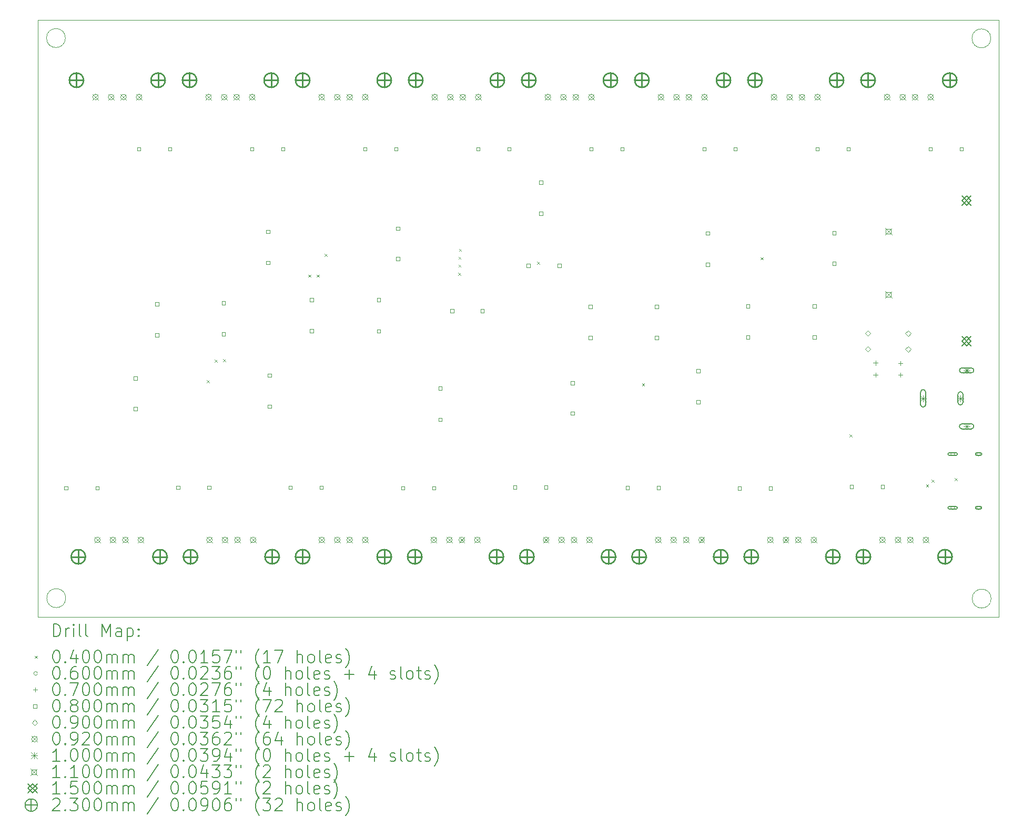
<source format=gbr>
%FSLAX45Y45*%
G04 Gerber Fmt 4.5, Leading zero omitted, Abs format (unit mm)*
G04 Created by KiCad (PCBNEW 6.0.2+dfsg-1) date 2023-04-29 01:16:47*
%MOMM*%
%LPD*%
G01*
G04 APERTURE LIST*
%TA.AperFunction,Profile*%
%ADD10C,0.100000*%
%TD*%
%ADD11C,0.200000*%
%ADD12C,0.040000*%
%ADD13C,0.060000*%
%ADD14C,0.070000*%
%ADD15C,0.080000*%
%ADD16C,0.090000*%
%ADD17C,0.092000*%
%ADD18C,0.100000*%
%ADD19C,0.110000*%
%ADD20C,0.150000*%
%ADD21C,0.230000*%
G04 APERTURE END LIST*
D10*
X7117000Y-1540000D02*
X22586000Y-1540000D01*
X22586000Y-1540000D02*
X22586000Y-11137000D01*
X22586000Y-11137000D02*
X7117000Y-11137000D01*
X7117000Y-11137000D02*
X7117000Y-1540000D01*
X22459569Y-1832500D02*
G75*
G03*
X22459569Y-1832500I-152069J0D01*
G01*
X22464897Y-10842500D02*
G75*
G03*
X22464897Y-10842500I-152397J0D01*
G01*
X7567684Y-10835000D02*
G75*
G03*
X7567684Y-10835000I-152684J0D01*
G01*
X7562069Y-1827500D02*
G75*
G03*
X7562069Y-1827500I-152069J0D01*
G01*
D11*
D12*
X9840000Y-7330000D02*
X9880000Y-7370000D01*
X9880000Y-7330000D02*
X9840000Y-7370000D01*
X9967500Y-6997500D02*
X10007500Y-7037500D01*
X10007500Y-6997500D02*
X9967500Y-7037500D01*
X10100000Y-6992500D02*
X10140000Y-7032500D01*
X10140000Y-6992500D02*
X10100000Y-7032500D01*
X11475000Y-5632500D02*
X11515000Y-5672500D01*
X11515000Y-5632500D02*
X11475000Y-5672500D01*
X11610000Y-5632500D02*
X11650000Y-5672500D01*
X11650000Y-5632500D02*
X11610000Y-5672500D01*
X11737500Y-5297500D02*
X11777500Y-5337500D01*
X11777500Y-5297500D02*
X11737500Y-5337500D01*
X13885000Y-5600000D02*
X13925000Y-5640000D01*
X13925000Y-5600000D02*
X13885000Y-5640000D01*
X13890000Y-5345000D02*
X13930000Y-5385000D01*
X13930000Y-5345000D02*
X13890000Y-5385000D01*
X13890000Y-5472500D02*
X13930000Y-5512500D01*
X13930000Y-5472500D02*
X13890000Y-5512500D01*
X13897500Y-5217500D02*
X13937500Y-5257500D01*
X13937500Y-5217500D02*
X13897500Y-5257500D01*
X15157500Y-5425000D02*
X15197500Y-5465000D01*
X15197500Y-5425000D02*
X15157500Y-5465000D01*
X16845000Y-7380000D02*
X16885000Y-7420000D01*
X16885000Y-7380000D02*
X16845000Y-7420000D01*
X18755000Y-5352500D02*
X18795000Y-5392500D01*
X18795000Y-5352500D02*
X18755000Y-5392500D01*
X20185000Y-8202500D02*
X20225000Y-8242500D01*
X20225000Y-8202500D02*
X20185000Y-8242500D01*
X21417500Y-9005000D02*
X21457500Y-9045000D01*
X21457500Y-9005000D02*
X21417500Y-9045000D01*
X21505000Y-8927500D02*
X21545000Y-8967500D01*
X21545000Y-8927500D02*
X21505000Y-8967500D01*
X21880000Y-8907500D02*
X21920000Y-8947500D01*
X21920000Y-8907500D02*
X21880000Y-8947500D01*
D13*
X21875000Y-8518500D02*
G75*
G03*
X21875000Y-8518500I-30000J0D01*
G01*
D11*
X21790000Y-8538500D02*
X21900000Y-8538500D01*
X21790000Y-8498500D02*
X21900000Y-8498500D01*
X21900000Y-8538500D02*
G75*
G03*
X21900000Y-8498500I0J20000D01*
G01*
X21790000Y-8498500D02*
G75*
G03*
X21790000Y-8538500I0J-20000D01*
G01*
D13*
X21875000Y-9382500D02*
G75*
G03*
X21875000Y-9382500I-30000J0D01*
G01*
D11*
X21790000Y-9402500D02*
X21900000Y-9402500D01*
X21790000Y-9362500D02*
X21900000Y-9362500D01*
X21900000Y-9402500D02*
G75*
G03*
X21900000Y-9362500I0J20000D01*
G01*
X21790000Y-9362500D02*
G75*
G03*
X21790000Y-9402500I0J-20000D01*
G01*
D13*
X22293000Y-8518500D02*
G75*
G03*
X22293000Y-8518500I-30000J0D01*
G01*
D11*
X22233000Y-8538500D02*
X22293000Y-8538500D01*
X22233000Y-8498500D02*
X22293000Y-8498500D01*
X22293000Y-8538500D02*
G75*
G03*
X22293000Y-8498500I0J20000D01*
G01*
X22233000Y-8498500D02*
G75*
G03*
X22233000Y-8538500I0J-20000D01*
G01*
D13*
X22293000Y-9382500D02*
G75*
G03*
X22293000Y-9382500I-30000J0D01*
G01*
D11*
X22233000Y-9402500D02*
X22293000Y-9402500D01*
X22233000Y-9362500D02*
X22293000Y-9362500D01*
X22293000Y-9402500D02*
G75*
G03*
X22293000Y-9362500I0J20000D01*
G01*
X22233000Y-9362500D02*
G75*
G03*
X22233000Y-9402500I0J-20000D01*
G01*
D14*
X20602500Y-7017500D02*
X20602500Y-7087500D01*
X20567500Y-7052500D02*
X20637500Y-7052500D01*
X20602500Y-7207500D02*
X20602500Y-7277500D01*
X20567500Y-7242500D02*
X20637500Y-7242500D01*
X21007500Y-7022000D02*
X21007500Y-7092000D01*
X20972500Y-7057000D02*
X21042500Y-7057000D01*
X21007500Y-7212000D02*
X21007500Y-7282000D01*
X20972500Y-7247000D02*
X21042500Y-7247000D01*
D15*
X7603284Y-9093285D02*
X7603284Y-9036716D01*
X7546715Y-9036716D01*
X7546715Y-9093285D01*
X7603284Y-9093285D01*
X8103284Y-9093285D02*
X8103284Y-9036716D01*
X8046715Y-9036716D01*
X8046715Y-9093285D01*
X8103284Y-9093285D01*
X8718285Y-7327784D02*
X8718285Y-7271215D01*
X8661716Y-7271215D01*
X8661716Y-7327784D01*
X8718285Y-7327784D01*
X8718285Y-7815784D02*
X8718285Y-7759215D01*
X8661716Y-7759215D01*
X8661716Y-7815784D01*
X8718285Y-7815784D01*
X8773285Y-3640784D02*
X8773285Y-3584215D01*
X8716716Y-3584215D01*
X8716716Y-3640784D01*
X8773285Y-3640784D01*
X9065785Y-6135784D02*
X9065785Y-6079215D01*
X9009216Y-6079215D01*
X9009216Y-6135784D01*
X9065785Y-6135784D01*
X9065785Y-6635784D02*
X9065785Y-6579215D01*
X9009216Y-6579215D01*
X9009216Y-6635784D01*
X9065785Y-6635784D01*
X9273285Y-3640784D02*
X9273285Y-3584215D01*
X9216716Y-3584215D01*
X9216716Y-3640784D01*
X9273285Y-3640784D01*
X9405785Y-9083285D02*
X9405785Y-9026716D01*
X9349216Y-9026716D01*
X9349216Y-9083285D01*
X9405785Y-9083285D01*
X9905785Y-9083285D02*
X9905785Y-9026716D01*
X9849216Y-9026716D01*
X9849216Y-9083285D01*
X9905785Y-9083285D01*
X10135785Y-6115784D02*
X10135785Y-6059215D01*
X10079216Y-6059215D01*
X10079216Y-6115784D01*
X10135785Y-6115784D01*
X10135785Y-6615784D02*
X10135785Y-6559215D01*
X10079216Y-6559215D01*
X10079216Y-6615784D01*
X10135785Y-6615784D01*
X10593642Y-3640784D02*
X10593642Y-3584215D01*
X10537073Y-3584215D01*
X10537073Y-3640784D01*
X10593642Y-3640784D01*
X10850785Y-4968285D02*
X10850785Y-4911716D01*
X10794216Y-4911716D01*
X10794216Y-4968285D01*
X10850785Y-4968285D01*
X10850785Y-5468285D02*
X10850785Y-5411716D01*
X10794216Y-5411716D01*
X10794216Y-5468285D01*
X10850785Y-5468285D01*
X10878285Y-7280784D02*
X10878285Y-7224215D01*
X10821716Y-7224215D01*
X10821716Y-7280784D01*
X10878285Y-7280784D01*
X10878285Y-7780784D02*
X10878285Y-7724215D01*
X10821716Y-7724215D01*
X10821716Y-7780784D01*
X10878285Y-7780784D01*
X11093642Y-3640784D02*
X11093642Y-3584215D01*
X11037073Y-3584215D01*
X11037073Y-3640784D01*
X11093642Y-3640784D01*
X11210784Y-9083285D02*
X11210784Y-9026716D01*
X11154216Y-9026716D01*
X11154216Y-9083285D01*
X11210784Y-9083285D01*
X11555784Y-6063284D02*
X11555784Y-6006715D01*
X11499215Y-6006715D01*
X11499215Y-6063284D01*
X11555784Y-6063284D01*
X11555784Y-6563284D02*
X11555784Y-6506715D01*
X11499215Y-6506715D01*
X11499215Y-6563284D01*
X11555784Y-6563284D01*
X11710784Y-9083285D02*
X11710784Y-9026716D01*
X11654215Y-9026716D01*
X11654215Y-9083285D01*
X11710784Y-9083285D01*
X12413999Y-3640784D02*
X12413999Y-3584215D01*
X12357430Y-3584215D01*
X12357430Y-3640784D01*
X12413999Y-3640784D01*
X12633284Y-6068284D02*
X12633284Y-6011715D01*
X12576715Y-6011715D01*
X12576715Y-6068284D01*
X12633284Y-6068284D01*
X12633284Y-6568284D02*
X12633284Y-6511715D01*
X12576715Y-6511715D01*
X12576715Y-6568284D01*
X12633284Y-6568284D01*
X12913999Y-3640784D02*
X12913999Y-3584215D01*
X12857430Y-3584215D01*
X12857430Y-3640784D01*
X12913999Y-3640784D01*
X12945784Y-4918285D02*
X12945784Y-4861716D01*
X12889215Y-4861716D01*
X12889215Y-4918285D01*
X12945784Y-4918285D01*
X12945784Y-5406285D02*
X12945784Y-5349716D01*
X12889215Y-5349716D01*
X12889215Y-5406285D01*
X12945784Y-5406285D01*
X13023284Y-9093285D02*
X13023284Y-9036716D01*
X12966715Y-9036716D01*
X12966715Y-9093285D01*
X13023284Y-9093285D01*
X13523284Y-9093285D02*
X13523284Y-9036716D01*
X13466715Y-9036716D01*
X13466715Y-9093285D01*
X13523284Y-9093285D01*
X13625784Y-7490784D02*
X13625784Y-7434215D01*
X13569215Y-7434215D01*
X13569215Y-7490784D01*
X13625784Y-7490784D01*
X13625784Y-7990784D02*
X13625784Y-7934215D01*
X13569215Y-7934215D01*
X13569215Y-7990784D01*
X13625784Y-7990784D01*
X13812784Y-6245784D02*
X13812784Y-6189215D01*
X13756215Y-6189215D01*
X13756215Y-6245784D01*
X13812784Y-6245784D01*
X14234356Y-3640784D02*
X14234356Y-3584215D01*
X14177787Y-3584215D01*
X14177787Y-3640784D01*
X14234356Y-3640784D01*
X14300784Y-6245784D02*
X14300784Y-6189215D01*
X14244215Y-6189215D01*
X14244215Y-6245784D01*
X14300784Y-6245784D01*
X14734356Y-3640784D02*
X14734356Y-3584215D01*
X14677787Y-3584215D01*
X14677787Y-3640784D01*
X14734356Y-3640784D01*
X14825784Y-9078285D02*
X14825784Y-9021716D01*
X14769215Y-9021716D01*
X14769215Y-9078285D01*
X14825784Y-9078285D01*
X15043284Y-5518285D02*
X15043284Y-5461716D01*
X14986715Y-5461716D01*
X14986715Y-5518285D01*
X15043284Y-5518285D01*
X15243284Y-4178284D02*
X15243284Y-4121715D01*
X15186715Y-4121715D01*
X15186715Y-4178284D01*
X15243284Y-4178284D01*
X15243284Y-4678285D02*
X15243284Y-4621716D01*
X15186715Y-4621716D01*
X15186715Y-4678285D01*
X15243284Y-4678285D01*
X15325784Y-9078285D02*
X15325784Y-9021716D01*
X15269215Y-9021716D01*
X15269215Y-9078285D01*
X15325784Y-9078285D01*
X15543284Y-5518285D02*
X15543284Y-5461716D01*
X15486715Y-5461716D01*
X15486715Y-5518285D01*
X15543284Y-5518285D01*
X15753284Y-7402784D02*
X15753284Y-7346215D01*
X15696715Y-7346215D01*
X15696715Y-7402784D01*
X15753284Y-7402784D01*
X15753284Y-7890784D02*
X15753284Y-7834215D01*
X15696715Y-7834215D01*
X15696715Y-7890784D01*
X15753284Y-7890784D01*
X16040784Y-6175784D02*
X16040784Y-6119215D01*
X15984215Y-6119215D01*
X15984215Y-6175784D01*
X16040784Y-6175784D01*
X16040784Y-6675784D02*
X16040784Y-6619215D01*
X15984215Y-6619215D01*
X15984215Y-6675784D01*
X16040784Y-6675784D01*
X16054713Y-3640784D02*
X16054713Y-3584215D01*
X15998144Y-3584215D01*
X15998144Y-3640784D01*
X16054713Y-3640784D01*
X16554713Y-3640784D02*
X16554713Y-3584215D01*
X16498144Y-3584215D01*
X16498144Y-3640784D01*
X16554713Y-3640784D01*
X16638284Y-9090785D02*
X16638284Y-9034216D01*
X16581715Y-9034216D01*
X16581715Y-9090785D01*
X16638284Y-9090785D01*
X17110785Y-6178284D02*
X17110785Y-6121715D01*
X17054216Y-6121715D01*
X17054216Y-6178284D01*
X17110785Y-6178284D01*
X17110785Y-6678284D02*
X17110785Y-6621715D01*
X17054216Y-6621715D01*
X17054216Y-6678284D01*
X17110785Y-6678284D01*
X17138285Y-9090785D02*
X17138285Y-9034216D01*
X17081716Y-9034216D01*
X17081716Y-9090785D01*
X17138285Y-9090785D01*
X17775785Y-7210784D02*
X17775785Y-7154215D01*
X17719216Y-7154215D01*
X17719216Y-7210784D01*
X17775785Y-7210784D01*
X17775785Y-7710784D02*
X17775785Y-7654215D01*
X17719216Y-7654215D01*
X17719216Y-7710784D01*
X17775785Y-7710784D01*
X17875070Y-3640784D02*
X17875070Y-3584215D01*
X17818501Y-3584215D01*
X17818501Y-3640784D01*
X17875070Y-3640784D01*
X17928285Y-4995785D02*
X17928285Y-4939216D01*
X17871716Y-4939216D01*
X17871716Y-4995785D01*
X17928285Y-4995785D01*
X17928285Y-5495785D02*
X17928285Y-5439216D01*
X17871716Y-5439216D01*
X17871716Y-5495785D01*
X17928285Y-5495785D01*
X18375070Y-3640784D02*
X18375070Y-3584215D01*
X18318501Y-3584215D01*
X18318501Y-3640784D01*
X18375070Y-3640784D01*
X18440785Y-9095785D02*
X18440785Y-9039216D01*
X18384216Y-9039216D01*
X18384216Y-9095785D01*
X18440785Y-9095785D01*
X18578285Y-6165784D02*
X18578285Y-6109215D01*
X18521716Y-6109215D01*
X18521716Y-6165784D01*
X18578285Y-6165784D01*
X18578285Y-6665784D02*
X18578285Y-6609215D01*
X18521716Y-6609215D01*
X18521716Y-6665784D01*
X18578285Y-6665784D01*
X18940785Y-9095785D02*
X18940785Y-9039216D01*
X18884216Y-9039216D01*
X18884216Y-9095785D01*
X18940785Y-9095785D01*
X19645785Y-6165784D02*
X19645785Y-6109215D01*
X19589216Y-6109215D01*
X19589216Y-6165784D01*
X19645785Y-6165784D01*
X19645785Y-6665784D02*
X19645785Y-6609215D01*
X19589216Y-6609215D01*
X19589216Y-6665784D01*
X19645785Y-6665784D01*
X19695427Y-3640784D02*
X19695427Y-3584215D01*
X19638858Y-3584215D01*
X19638858Y-3640784D01*
X19695427Y-3640784D01*
X19965785Y-4992785D02*
X19965785Y-4936216D01*
X19909216Y-4936216D01*
X19909216Y-4992785D01*
X19965785Y-4992785D01*
X19965785Y-5480785D02*
X19965785Y-5424216D01*
X19909216Y-5424216D01*
X19909216Y-5480785D01*
X19965785Y-5480785D01*
X20195427Y-3640784D02*
X20195427Y-3584215D01*
X20138858Y-3584215D01*
X20138858Y-3640784D01*
X20195427Y-3640784D01*
X20245785Y-9073285D02*
X20245785Y-9016716D01*
X20189216Y-9016716D01*
X20189216Y-9073285D01*
X20245785Y-9073285D01*
X20745785Y-9073285D02*
X20745785Y-9016716D01*
X20689216Y-9016716D01*
X20689216Y-9073285D01*
X20745785Y-9073285D01*
X21515785Y-3640784D02*
X21515785Y-3584215D01*
X21459216Y-3584215D01*
X21459216Y-3640784D01*
X21515785Y-3640784D01*
X22015785Y-3640784D02*
X22015785Y-3584215D01*
X21959216Y-3584215D01*
X21959216Y-3640784D01*
X22015785Y-3640784D01*
D16*
X20480000Y-6621000D02*
X20525000Y-6576000D01*
X20480000Y-6531000D01*
X20435000Y-6576000D01*
X20480000Y-6621000D01*
X20480000Y-6875000D02*
X20525000Y-6830000D01*
X20480000Y-6785000D01*
X20435000Y-6830000D01*
X20480000Y-6875000D01*
X21130000Y-6623500D02*
X21175000Y-6578500D01*
X21130000Y-6533500D01*
X21085000Y-6578500D01*
X21130000Y-6623500D01*
X21130000Y-6877500D02*
X21175000Y-6832500D01*
X21130000Y-6787500D01*
X21085000Y-6832500D01*
X21130000Y-6877500D01*
D17*
X8001500Y-2730500D02*
X8093500Y-2822500D01*
X8093500Y-2730500D02*
X8001500Y-2822500D01*
X8093500Y-2776500D02*
G75*
G03*
X8093500Y-2776500I-46000J0D01*
G01*
X8031500Y-9852500D02*
X8123500Y-9944500D01*
X8123500Y-9852500D02*
X8031500Y-9944500D01*
X8123500Y-9898500D02*
G75*
G03*
X8123500Y-9898500I-46000J0D01*
G01*
X8251500Y-2730500D02*
X8343500Y-2822500D01*
X8343500Y-2730500D02*
X8251500Y-2822500D01*
X8343500Y-2776500D02*
G75*
G03*
X8343500Y-2776500I-46000J0D01*
G01*
X8281500Y-9852500D02*
X8373500Y-9944500D01*
X8373500Y-9852500D02*
X8281500Y-9944500D01*
X8373500Y-9898500D02*
G75*
G03*
X8373500Y-9898500I-46000J0D01*
G01*
X8451500Y-2730500D02*
X8543500Y-2822500D01*
X8543500Y-2730500D02*
X8451500Y-2822500D01*
X8543500Y-2776500D02*
G75*
G03*
X8543500Y-2776500I-46000J0D01*
G01*
X8481500Y-9852500D02*
X8573500Y-9944500D01*
X8573500Y-9852500D02*
X8481500Y-9944500D01*
X8573500Y-9898500D02*
G75*
G03*
X8573500Y-9898500I-46000J0D01*
G01*
X8701500Y-2730500D02*
X8793500Y-2822500D01*
X8793500Y-2730500D02*
X8701500Y-2822500D01*
X8793500Y-2776500D02*
G75*
G03*
X8793500Y-2776500I-46000J0D01*
G01*
X8731500Y-9852500D02*
X8823500Y-9944500D01*
X8823500Y-9852500D02*
X8731500Y-9944500D01*
X8823500Y-9898500D02*
G75*
G03*
X8823500Y-9898500I-46000J0D01*
G01*
X9821857Y-2730500D02*
X9913857Y-2822500D01*
X9913857Y-2730500D02*
X9821857Y-2822500D01*
X9913857Y-2776500D02*
G75*
G03*
X9913857Y-2776500I-46000J0D01*
G01*
X9836786Y-9852500D02*
X9928786Y-9944500D01*
X9928786Y-9852500D02*
X9836786Y-9944500D01*
X9928786Y-9898500D02*
G75*
G03*
X9928786Y-9898500I-46000J0D01*
G01*
X10071857Y-2730500D02*
X10163857Y-2822500D01*
X10163857Y-2730500D02*
X10071857Y-2822500D01*
X10163857Y-2776500D02*
G75*
G03*
X10163857Y-2776500I-46000J0D01*
G01*
X10086786Y-9852500D02*
X10178786Y-9944500D01*
X10178786Y-9852500D02*
X10086786Y-9944500D01*
X10178786Y-9898500D02*
G75*
G03*
X10178786Y-9898500I-46000J0D01*
G01*
X10271857Y-2730500D02*
X10363857Y-2822500D01*
X10363857Y-2730500D02*
X10271857Y-2822500D01*
X10363857Y-2776500D02*
G75*
G03*
X10363857Y-2776500I-46000J0D01*
G01*
X10286786Y-9852500D02*
X10378786Y-9944500D01*
X10378786Y-9852500D02*
X10286786Y-9944500D01*
X10378786Y-9898500D02*
G75*
G03*
X10378786Y-9898500I-46000J0D01*
G01*
X10521857Y-2730500D02*
X10613857Y-2822500D01*
X10613857Y-2730500D02*
X10521857Y-2822500D01*
X10613857Y-2776500D02*
G75*
G03*
X10613857Y-2776500I-46000J0D01*
G01*
X10536786Y-9852500D02*
X10628786Y-9944500D01*
X10628786Y-9852500D02*
X10536786Y-9944500D01*
X10628786Y-9898500D02*
G75*
G03*
X10628786Y-9898500I-46000J0D01*
G01*
X11642071Y-9852500D02*
X11734071Y-9944500D01*
X11734071Y-9852500D02*
X11642071Y-9944500D01*
X11734071Y-9898500D02*
G75*
G03*
X11734071Y-9898500I-46000J0D01*
G01*
X11642214Y-2730500D02*
X11734214Y-2822500D01*
X11734214Y-2730500D02*
X11642214Y-2822500D01*
X11734214Y-2776500D02*
G75*
G03*
X11734214Y-2776500I-46000J0D01*
G01*
X11892071Y-9852500D02*
X11984071Y-9944500D01*
X11984071Y-9852500D02*
X11892071Y-9944500D01*
X11984071Y-9898500D02*
G75*
G03*
X11984071Y-9898500I-46000J0D01*
G01*
X11892214Y-2730500D02*
X11984214Y-2822500D01*
X11984214Y-2730500D02*
X11892214Y-2822500D01*
X11984214Y-2776500D02*
G75*
G03*
X11984214Y-2776500I-46000J0D01*
G01*
X12092071Y-9852500D02*
X12184071Y-9944500D01*
X12184071Y-9852500D02*
X12092071Y-9944500D01*
X12184071Y-9898500D02*
G75*
G03*
X12184071Y-9898500I-46000J0D01*
G01*
X12092214Y-2730500D02*
X12184214Y-2822500D01*
X12184214Y-2730500D02*
X12092214Y-2822500D01*
X12184214Y-2776500D02*
G75*
G03*
X12184214Y-2776500I-46000J0D01*
G01*
X12342071Y-9852500D02*
X12434071Y-9944500D01*
X12434071Y-9852500D02*
X12342071Y-9944500D01*
X12434071Y-9898500D02*
G75*
G03*
X12434071Y-9898500I-46000J0D01*
G01*
X12342214Y-2730500D02*
X12434214Y-2822500D01*
X12434214Y-2730500D02*
X12342214Y-2822500D01*
X12434214Y-2776500D02*
G75*
G03*
X12434214Y-2776500I-46000J0D01*
G01*
X13447357Y-9852500D02*
X13539357Y-9944500D01*
X13539357Y-9852500D02*
X13447357Y-9944500D01*
X13539357Y-9898500D02*
G75*
G03*
X13539357Y-9898500I-46000J0D01*
G01*
X13462571Y-2730500D02*
X13554571Y-2822500D01*
X13554571Y-2730500D02*
X13462571Y-2822500D01*
X13554571Y-2776500D02*
G75*
G03*
X13554571Y-2776500I-46000J0D01*
G01*
X13697357Y-9852500D02*
X13789357Y-9944500D01*
X13789357Y-9852500D02*
X13697357Y-9944500D01*
X13789357Y-9898500D02*
G75*
G03*
X13789357Y-9898500I-46000J0D01*
G01*
X13712571Y-2730500D02*
X13804571Y-2822500D01*
X13804571Y-2730500D02*
X13712571Y-2822500D01*
X13804571Y-2776500D02*
G75*
G03*
X13804571Y-2776500I-46000J0D01*
G01*
X13897357Y-9852500D02*
X13989357Y-9944500D01*
X13989357Y-9852500D02*
X13897357Y-9944500D01*
X13989357Y-9898500D02*
G75*
G03*
X13989357Y-9898500I-46000J0D01*
G01*
X13912571Y-2730500D02*
X14004571Y-2822500D01*
X14004571Y-2730500D02*
X13912571Y-2822500D01*
X14004571Y-2776500D02*
G75*
G03*
X14004571Y-2776500I-46000J0D01*
G01*
X14147357Y-9852500D02*
X14239357Y-9944500D01*
X14239357Y-9852500D02*
X14147357Y-9944500D01*
X14239357Y-9898500D02*
G75*
G03*
X14239357Y-9898500I-46000J0D01*
G01*
X14162571Y-2730500D02*
X14254571Y-2822500D01*
X14254571Y-2730500D02*
X14162571Y-2822500D01*
X14254571Y-2776500D02*
G75*
G03*
X14254571Y-2776500I-46000J0D01*
G01*
X15252643Y-9852500D02*
X15344643Y-9944500D01*
X15344643Y-9852500D02*
X15252643Y-9944500D01*
X15344643Y-9898500D02*
G75*
G03*
X15344643Y-9898500I-46000J0D01*
G01*
X15282928Y-2730500D02*
X15374928Y-2822500D01*
X15374928Y-2730500D02*
X15282928Y-2822500D01*
X15374928Y-2776500D02*
G75*
G03*
X15374928Y-2776500I-46000J0D01*
G01*
X15502643Y-9852500D02*
X15594643Y-9944500D01*
X15594643Y-9852500D02*
X15502643Y-9944500D01*
X15594643Y-9898500D02*
G75*
G03*
X15594643Y-9898500I-46000J0D01*
G01*
X15532928Y-2730500D02*
X15624928Y-2822500D01*
X15624928Y-2730500D02*
X15532928Y-2822500D01*
X15624928Y-2776500D02*
G75*
G03*
X15624928Y-2776500I-46000J0D01*
G01*
X15702643Y-9852500D02*
X15794643Y-9944500D01*
X15794643Y-9852500D02*
X15702643Y-9944500D01*
X15794643Y-9898500D02*
G75*
G03*
X15794643Y-9898500I-46000J0D01*
G01*
X15732928Y-2730500D02*
X15824928Y-2822500D01*
X15824928Y-2730500D02*
X15732928Y-2822500D01*
X15824928Y-2776500D02*
G75*
G03*
X15824928Y-2776500I-46000J0D01*
G01*
X15952643Y-9852500D02*
X16044643Y-9944500D01*
X16044643Y-9852500D02*
X15952643Y-9944500D01*
X16044643Y-9898500D02*
G75*
G03*
X16044643Y-9898500I-46000J0D01*
G01*
X15982928Y-2730500D02*
X16074928Y-2822500D01*
X16074928Y-2730500D02*
X15982928Y-2822500D01*
X16074928Y-2776500D02*
G75*
G03*
X16074928Y-2776500I-46000J0D01*
G01*
X17057929Y-9852500D02*
X17149929Y-9944500D01*
X17149929Y-9852500D02*
X17057929Y-9944500D01*
X17149929Y-9898500D02*
G75*
G03*
X17149929Y-9898500I-46000J0D01*
G01*
X17103286Y-2730500D02*
X17195286Y-2822500D01*
X17195286Y-2730500D02*
X17103286Y-2822500D01*
X17195286Y-2776500D02*
G75*
G03*
X17195286Y-2776500I-46000J0D01*
G01*
X17307929Y-9852500D02*
X17399929Y-9944500D01*
X17399929Y-9852500D02*
X17307929Y-9944500D01*
X17399929Y-9898500D02*
G75*
G03*
X17399929Y-9898500I-46000J0D01*
G01*
X17353286Y-2730500D02*
X17445286Y-2822500D01*
X17445286Y-2730500D02*
X17353286Y-2822500D01*
X17445286Y-2776500D02*
G75*
G03*
X17445286Y-2776500I-46000J0D01*
G01*
X17507929Y-9852500D02*
X17599929Y-9944500D01*
X17599929Y-9852500D02*
X17507929Y-9944500D01*
X17599929Y-9898500D02*
G75*
G03*
X17599929Y-9898500I-46000J0D01*
G01*
X17553286Y-2730500D02*
X17645286Y-2822500D01*
X17645286Y-2730500D02*
X17553286Y-2822500D01*
X17645286Y-2776500D02*
G75*
G03*
X17645286Y-2776500I-46000J0D01*
G01*
X17757929Y-9852500D02*
X17849929Y-9944500D01*
X17849929Y-9852500D02*
X17757929Y-9944500D01*
X17849929Y-9898500D02*
G75*
G03*
X17849929Y-9898500I-46000J0D01*
G01*
X17803286Y-2730500D02*
X17895286Y-2822500D01*
X17895286Y-2730500D02*
X17803286Y-2822500D01*
X17895286Y-2776500D02*
G75*
G03*
X17895286Y-2776500I-46000J0D01*
G01*
X18863214Y-9852500D02*
X18955214Y-9944500D01*
X18955214Y-9852500D02*
X18863214Y-9944500D01*
X18955214Y-9898500D02*
G75*
G03*
X18955214Y-9898500I-46000J0D01*
G01*
X18923643Y-2730500D02*
X19015643Y-2822500D01*
X19015643Y-2730500D02*
X18923643Y-2822500D01*
X19015643Y-2776500D02*
G75*
G03*
X19015643Y-2776500I-46000J0D01*
G01*
X19113214Y-9852500D02*
X19205214Y-9944500D01*
X19205214Y-9852500D02*
X19113214Y-9944500D01*
X19205214Y-9898500D02*
G75*
G03*
X19205214Y-9898500I-46000J0D01*
G01*
X19173643Y-2730500D02*
X19265643Y-2822500D01*
X19265643Y-2730500D02*
X19173643Y-2822500D01*
X19265643Y-2776500D02*
G75*
G03*
X19265643Y-2776500I-46000J0D01*
G01*
X19313214Y-9852500D02*
X19405214Y-9944500D01*
X19405214Y-9852500D02*
X19313214Y-9944500D01*
X19405214Y-9898500D02*
G75*
G03*
X19405214Y-9898500I-46000J0D01*
G01*
X19373643Y-2730500D02*
X19465643Y-2822500D01*
X19465643Y-2730500D02*
X19373643Y-2822500D01*
X19465643Y-2776500D02*
G75*
G03*
X19465643Y-2776500I-46000J0D01*
G01*
X19563214Y-9852500D02*
X19655214Y-9944500D01*
X19655214Y-9852500D02*
X19563214Y-9944500D01*
X19655214Y-9898500D02*
G75*
G03*
X19655214Y-9898500I-46000J0D01*
G01*
X19623643Y-2730500D02*
X19715643Y-2822500D01*
X19715643Y-2730500D02*
X19623643Y-2822500D01*
X19715643Y-2776500D02*
G75*
G03*
X19715643Y-2776500I-46000J0D01*
G01*
X20668500Y-9852500D02*
X20760500Y-9944500D01*
X20760500Y-9852500D02*
X20668500Y-9944500D01*
X20760500Y-9898500D02*
G75*
G03*
X20760500Y-9898500I-46000J0D01*
G01*
X20744000Y-2730500D02*
X20836000Y-2822500D01*
X20836000Y-2730500D02*
X20744000Y-2822500D01*
X20836000Y-2776500D02*
G75*
G03*
X20836000Y-2776500I-46000J0D01*
G01*
X20918500Y-9852500D02*
X21010500Y-9944500D01*
X21010500Y-9852500D02*
X20918500Y-9944500D01*
X21010500Y-9898500D02*
G75*
G03*
X21010500Y-9898500I-46000J0D01*
G01*
X20994000Y-2730500D02*
X21086000Y-2822500D01*
X21086000Y-2730500D02*
X20994000Y-2822500D01*
X21086000Y-2776500D02*
G75*
G03*
X21086000Y-2776500I-46000J0D01*
G01*
X21118500Y-9852500D02*
X21210500Y-9944500D01*
X21210500Y-9852500D02*
X21118500Y-9944500D01*
X21210500Y-9898500D02*
G75*
G03*
X21210500Y-9898500I-46000J0D01*
G01*
X21194000Y-2730500D02*
X21286000Y-2822500D01*
X21286000Y-2730500D02*
X21194000Y-2822500D01*
X21286000Y-2776500D02*
G75*
G03*
X21286000Y-2776500I-46000J0D01*
G01*
X21368500Y-9852500D02*
X21460500Y-9944500D01*
X21460500Y-9852500D02*
X21368500Y-9944500D01*
X21460500Y-9898500D02*
G75*
G03*
X21460500Y-9898500I-46000J0D01*
G01*
X21444000Y-2730500D02*
X21536000Y-2822500D01*
X21536000Y-2730500D02*
X21444000Y-2822500D01*
X21536000Y-2776500D02*
G75*
G03*
X21536000Y-2776500I-46000J0D01*
G01*
D18*
X21320000Y-7572500D02*
X21420000Y-7672500D01*
X21420000Y-7572500D02*
X21320000Y-7672500D01*
X21370000Y-7572500D02*
X21370000Y-7672500D01*
X21320000Y-7622500D02*
X21420000Y-7622500D01*
D11*
X21410000Y-7722500D02*
X21410000Y-7522500D01*
X21330000Y-7722500D02*
X21330000Y-7522500D01*
X21410000Y-7522500D02*
G75*
G03*
X21330000Y-7522500I-40000J0D01*
G01*
X21330000Y-7722500D02*
G75*
G03*
X21410000Y-7722500I40000J0D01*
G01*
D18*
X21920000Y-7572500D02*
X22020000Y-7672500D01*
X22020000Y-7572500D02*
X21920000Y-7672500D01*
X21970000Y-7572500D02*
X21970000Y-7672500D01*
X21920000Y-7622500D02*
X22020000Y-7622500D01*
D11*
X22010000Y-7687500D02*
X22010000Y-7557500D01*
X21930000Y-7687500D02*
X21930000Y-7557500D01*
X22010000Y-7557500D02*
G75*
G03*
X21930000Y-7557500I-40000J0D01*
G01*
X21930000Y-7687500D02*
G75*
G03*
X22010000Y-7687500I40000J0D01*
G01*
D18*
X22020000Y-7122500D02*
X22120000Y-7222500D01*
X22120000Y-7122500D02*
X22020000Y-7222500D01*
X22070000Y-7122500D02*
X22070000Y-7222500D01*
X22020000Y-7172500D02*
X22120000Y-7172500D01*
D11*
X21995000Y-7212500D02*
X22145000Y-7212500D01*
X21995000Y-7132500D02*
X22145000Y-7132500D01*
X22145000Y-7212500D02*
G75*
G03*
X22145000Y-7132500I0J40000D01*
G01*
X21995000Y-7132500D02*
G75*
G03*
X21995000Y-7212500I0J-40000D01*
G01*
D18*
X22020000Y-8022500D02*
X22120000Y-8122500D01*
X22120000Y-8022500D02*
X22020000Y-8122500D01*
X22070000Y-8022500D02*
X22070000Y-8122500D01*
X22020000Y-8072500D02*
X22120000Y-8072500D01*
D11*
X21995000Y-8112500D02*
X22145000Y-8112500D01*
X21995000Y-8032500D02*
X22145000Y-8032500D01*
X22145000Y-8112500D02*
G75*
G03*
X22145000Y-8032500I0J40000D01*
G01*
X21995000Y-8032500D02*
G75*
G03*
X21995000Y-8112500I0J-40000D01*
G01*
D19*
X20755000Y-4884500D02*
X20865000Y-4994500D01*
X20865000Y-4884500D02*
X20755000Y-4994500D01*
X20848891Y-4978391D02*
X20848891Y-4900609D01*
X20771109Y-4900609D01*
X20771109Y-4978391D01*
X20848891Y-4978391D01*
X20755000Y-5900500D02*
X20865000Y-6010500D01*
X20865000Y-5900500D02*
X20755000Y-6010500D01*
X20848891Y-5994391D02*
X20848891Y-5916609D01*
X20771109Y-5916609D01*
X20771109Y-5994391D01*
X20848891Y-5994391D01*
D20*
X21992500Y-4367500D02*
X22142500Y-4517500D01*
X22142500Y-4367500D02*
X21992500Y-4517500D01*
X22067500Y-4517500D02*
X22142500Y-4442500D01*
X22067500Y-4367500D01*
X21992500Y-4442500D01*
X22067500Y-4517500D01*
X21992500Y-6627500D02*
X22142500Y-6777500D01*
X22142500Y-6627500D02*
X21992500Y-6777500D01*
X22067500Y-6777500D02*
X22142500Y-6702500D01*
X22067500Y-6627500D01*
X21992500Y-6702500D01*
X22067500Y-6777500D01*
D21*
X7740500Y-2390500D02*
X7740500Y-2620500D01*
X7625500Y-2505500D02*
X7855500Y-2505500D01*
X7855500Y-2505500D02*
G75*
G03*
X7855500Y-2505500I-115000J0D01*
G01*
X7770500Y-10054500D02*
X7770500Y-10284500D01*
X7655500Y-10169500D02*
X7885500Y-10169500D01*
X7885500Y-10169500D02*
G75*
G03*
X7885500Y-10169500I-115000J0D01*
G01*
X9054500Y-2390500D02*
X9054500Y-2620500D01*
X8939500Y-2505500D02*
X9169500Y-2505500D01*
X9169500Y-2505500D02*
G75*
G03*
X9169500Y-2505500I-115000J0D01*
G01*
X9084500Y-10054500D02*
X9084500Y-10284500D01*
X8969500Y-10169500D02*
X9199500Y-10169500D01*
X9199500Y-10169500D02*
G75*
G03*
X9199500Y-10169500I-115000J0D01*
G01*
X9560857Y-2390500D02*
X9560857Y-2620500D01*
X9445857Y-2505500D02*
X9675857Y-2505500D01*
X9675857Y-2505500D02*
G75*
G03*
X9675857Y-2505500I-115000J0D01*
G01*
X9575786Y-10054500D02*
X9575786Y-10284500D01*
X9460786Y-10169500D02*
X9690786Y-10169500D01*
X9690786Y-10169500D02*
G75*
G03*
X9690786Y-10169500I-115000J0D01*
G01*
X10874857Y-2390500D02*
X10874857Y-2620500D01*
X10759857Y-2505500D02*
X10989857Y-2505500D01*
X10989857Y-2505500D02*
G75*
G03*
X10989857Y-2505500I-115000J0D01*
G01*
X10889786Y-10054500D02*
X10889786Y-10284500D01*
X10774786Y-10169500D02*
X11004786Y-10169500D01*
X11004786Y-10169500D02*
G75*
G03*
X11004786Y-10169500I-115000J0D01*
G01*
X11381071Y-10054500D02*
X11381071Y-10284500D01*
X11266071Y-10169500D02*
X11496071Y-10169500D01*
X11496071Y-10169500D02*
G75*
G03*
X11496071Y-10169500I-115000J0D01*
G01*
X11381214Y-2390500D02*
X11381214Y-2620500D01*
X11266214Y-2505500D02*
X11496214Y-2505500D01*
X11496214Y-2505500D02*
G75*
G03*
X11496214Y-2505500I-115000J0D01*
G01*
X12695071Y-10054500D02*
X12695071Y-10284500D01*
X12580071Y-10169500D02*
X12810071Y-10169500D01*
X12810071Y-10169500D02*
G75*
G03*
X12810071Y-10169500I-115000J0D01*
G01*
X12695214Y-2390500D02*
X12695214Y-2620500D01*
X12580214Y-2505500D02*
X12810214Y-2505500D01*
X12810214Y-2505500D02*
G75*
G03*
X12810214Y-2505500I-115000J0D01*
G01*
X13186357Y-10054500D02*
X13186357Y-10284500D01*
X13071357Y-10169500D02*
X13301357Y-10169500D01*
X13301357Y-10169500D02*
G75*
G03*
X13301357Y-10169500I-115000J0D01*
G01*
X13201571Y-2390500D02*
X13201571Y-2620500D01*
X13086571Y-2505500D02*
X13316571Y-2505500D01*
X13316571Y-2505500D02*
G75*
G03*
X13316571Y-2505500I-115000J0D01*
G01*
X14500357Y-10054500D02*
X14500357Y-10284500D01*
X14385357Y-10169500D02*
X14615357Y-10169500D01*
X14615357Y-10169500D02*
G75*
G03*
X14615357Y-10169500I-115000J0D01*
G01*
X14515571Y-2390500D02*
X14515571Y-2620500D01*
X14400571Y-2505500D02*
X14630571Y-2505500D01*
X14630571Y-2505500D02*
G75*
G03*
X14630571Y-2505500I-115000J0D01*
G01*
X14991643Y-10054500D02*
X14991643Y-10284500D01*
X14876643Y-10169500D02*
X15106643Y-10169500D01*
X15106643Y-10169500D02*
G75*
G03*
X15106643Y-10169500I-115000J0D01*
G01*
X15021928Y-2390500D02*
X15021928Y-2620500D01*
X14906928Y-2505500D02*
X15136928Y-2505500D01*
X15136928Y-2505500D02*
G75*
G03*
X15136928Y-2505500I-115000J0D01*
G01*
X16305643Y-10054500D02*
X16305643Y-10284500D01*
X16190643Y-10169500D02*
X16420643Y-10169500D01*
X16420643Y-10169500D02*
G75*
G03*
X16420643Y-10169500I-115000J0D01*
G01*
X16335928Y-2390500D02*
X16335928Y-2620500D01*
X16220928Y-2505500D02*
X16450928Y-2505500D01*
X16450928Y-2505500D02*
G75*
G03*
X16450928Y-2505500I-115000J0D01*
G01*
X16796929Y-10054500D02*
X16796929Y-10284500D01*
X16681928Y-10169500D02*
X16911929Y-10169500D01*
X16911929Y-10169500D02*
G75*
G03*
X16911929Y-10169500I-115000J0D01*
G01*
X16842286Y-2390500D02*
X16842286Y-2620500D01*
X16727285Y-2505500D02*
X16957286Y-2505500D01*
X16957286Y-2505500D02*
G75*
G03*
X16957286Y-2505500I-115000J0D01*
G01*
X18110929Y-10054500D02*
X18110929Y-10284500D01*
X17995929Y-10169500D02*
X18225929Y-10169500D01*
X18225929Y-10169500D02*
G75*
G03*
X18225929Y-10169500I-115000J0D01*
G01*
X18156286Y-2390500D02*
X18156286Y-2620500D01*
X18041286Y-2505500D02*
X18271286Y-2505500D01*
X18271286Y-2505500D02*
G75*
G03*
X18271286Y-2505500I-115000J0D01*
G01*
X18602214Y-10054500D02*
X18602214Y-10284500D01*
X18487214Y-10169500D02*
X18717214Y-10169500D01*
X18717214Y-10169500D02*
G75*
G03*
X18717214Y-10169500I-115000J0D01*
G01*
X18662643Y-2390500D02*
X18662643Y-2620500D01*
X18547643Y-2505500D02*
X18777643Y-2505500D01*
X18777643Y-2505500D02*
G75*
G03*
X18777643Y-2505500I-115000J0D01*
G01*
X19916214Y-10054500D02*
X19916214Y-10284500D01*
X19801214Y-10169500D02*
X20031214Y-10169500D01*
X20031214Y-10169500D02*
G75*
G03*
X20031214Y-10169500I-115000J0D01*
G01*
X19976643Y-2390500D02*
X19976643Y-2620500D01*
X19861643Y-2505500D02*
X20091643Y-2505500D01*
X20091643Y-2505500D02*
G75*
G03*
X20091643Y-2505500I-115000J0D01*
G01*
X20407500Y-10054500D02*
X20407500Y-10284500D01*
X20292500Y-10169500D02*
X20522500Y-10169500D01*
X20522500Y-10169500D02*
G75*
G03*
X20522500Y-10169500I-115000J0D01*
G01*
X20483000Y-2390500D02*
X20483000Y-2620500D01*
X20368000Y-2505500D02*
X20598000Y-2505500D01*
X20598000Y-2505500D02*
G75*
G03*
X20598000Y-2505500I-115000J0D01*
G01*
X21721500Y-10054500D02*
X21721500Y-10284500D01*
X21606500Y-10169500D02*
X21836500Y-10169500D01*
X21836500Y-10169500D02*
G75*
G03*
X21836500Y-10169500I-115000J0D01*
G01*
X21797000Y-2390500D02*
X21797000Y-2620500D01*
X21682000Y-2505500D02*
X21912000Y-2505500D01*
X21912000Y-2505500D02*
G75*
G03*
X21912000Y-2505500I-115000J0D01*
G01*
D11*
X7369619Y-11452476D02*
X7369619Y-11252476D01*
X7417238Y-11252476D01*
X7445809Y-11262000D01*
X7464857Y-11281048D01*
X7474381Y-11300095D01*
X7483905Y-11338190D01*
X7483905Y-11366762D01*
X7474381Y-11404857D01*
X7464857Y-11423905D01*
X7445809Y-11442952D01*
X7417238Y-11452476D01*
X7369619Y-11452476D01*
X7569619Y-11452476D02*
X7569619Y-11319143D01*
X7569619Y-11357238D02*
X7579143Y-11338190D01*
X7588667Y-11328667D01*
X7607714Y-11319143D01*
X7626762Y-11319143D01*
X7693428Y-11452476D02*
X7693428Y-11319143D01*
X7693428Y-11252476D02*
X7683905Y-11262000D01*
X7693428Y-11271524D01*
X7702952Y-11262000D01*
X7693428Y-11252476D01*
X7693428Y-11271524D01*
X7817238Y-11452476D02*
X7798190Y-11442952D01*
X7788667Y-11423905D01*
X7788667Y-11252476D01*
X7922000Y-11452476D02*
X7902952Y-11442952D01*
X7893428Y-11423905D01*
X7893428Y-11252476D01*
X8150571Y-11452476D02*
X8150571Y-11252476D01*
X8217238Y-11395333D01*
X8283905Y-11252476D01*
X8283905Y-11452476D01*
X8464857Y-11452476D02*
X8464857Y-11347714D01*
X8455333Y-11328667D01*
X8436286Y-11319143D01*
X8398190Y-11319143D01*
X8379143Y-11328667D01*
X8464857Y-11442952D02*
X8445810Y-11452476D01*
X8398190Y-11452476D01*
X8379143Y-11442952D01*
X8369619Y-11423905D01*
X8369619Y-11404857D01*
X8379143Y-11385809D01*
X8398190Y-11376286D01*
X8445810Y-11376286D01*
X8464857Y-11366762D01*
X8560095Y-11319143D02*
X8560095Y-11519143D01*
X8560095Y-11328667D02*
X8579143Y-11319143D01*
X8617238Y-11319143D01*
X8636286Y-11328667D01*
X8645810Y-11338190D01*
X8655333Y-11357238D01*
X8655333Y-11414381D01*
X8645810Y-11433428D01*
X8636286Y-11442952D01*
X8617238Y-11452476D01*
X8579143Y-11452476D01*
X8560095Y-11442952D01*
X8741048Y-11433428D02*
X8750571Y-11442952D01*
X8741048Y-11452476D01*
X8731524Y-11442952D01*
X8741048Y-11433428D01*
X8741048Y-11452476D01*
X8741048Y-11328667D02*
X8750571Y-11338190D01*
X8741048Y-11347714D01*
X8731524Y-11338190D01*
X8741048Y-11328667D01*
X8741048Y-11347714D01*
D12*
X7072000Y-11762000D02*
X7112000Y-11802000D01*
X7112000Y-11762000D02*
X7072000Y-11802000D01*
D11*
X7407714Y-11672476D02*
X7426762Y-11672476D01*
X7445809Y-11682000D01*
X7455333Y-11691524D01*
X7464857Y-11710571D01*
X7474381Y-11748667D01*
X7474381Y-11796286D01*
X7464857Y-11834381D01*
X7455333Y-11853428D01*
X7445809Y-11862952D01*
X7426762Y-11872476D01*
X7407714Y-11872476D01*
X7388667Y-11862952D01*
X7379143Y-11853428D01*
X7369619Y-11834381D01*
X7360095Y-11796286D01*
X7360095Y-11748667D01*
X7369619Y-11710571D01*
X7379143Y-11691524D01*
X7388667Y-11682000D01*
X7407714Y-11672476D01*
X7560095Y-11853428D02*
X7569619Y-11862952D01*
X7560095Y-11872476D01*
X7550571Y-11862952D01*
X7560095Y-11853428D01*
X7560095Y-11872476D01*
X7741048Y-11739143D02*
X7741048Y-11872476D01*
X7693428Y-11662952D02*
X7645809Y-11805809D01*
X7769619Y-11805809D01*
X7883905Y-11672476D02*
X7902952Y-11672476D01*
X7922000Y-11682000D01*
X7931524Y-11691524D01*
X7941048Y-11710571D01*
X7950571Y-11748667D01*
X7950571Y-11796286D01*
X7941048Y-11834381D01*
X7931524Y-11853428D01*
X7922000Y-11862952D01*
X7902952Y-11872476D01*
X7883905Y-11872476D01*
X7864857Y-11862952D01*
X7855333Y-11853428D01*
X7845809Y-11834381D01*
X7836286Y-11796286D01*
X7836286Y-11748667D01*
X7845809Y-11710571D01*
X7855333Y-11691524D01*
X7864857Y-11682000D01*
X7883905Y-11672476D01*
X8074381Y-11672476D02*
X8093428Y-11672476D01*
X8112476Y-11682000D01*
X8122000Y-11691524D01*
X8131524Y-11710571D01*
X8141048Y-11748667D01*
X8141048Y-11796286D01*
X8131524Y-11834381D01*
X8122000Y-11853428D01*
X8112476Y-11862952D01*
X8093428Y-11872476D01*
X8074381Y-11872476D01*
X8055333Y-11862952D01*
X8045809Y-11853428D01*
X8036286Y-11834381D01*
X8026762Y-11796286D01*
X8026762Y-11748667D01*
X8036286Y-11710571D01*
X8045809Y-11691524D01*
X8055333Y-11682000D01*
X8074381Y-11672476D01*
X8226762Y-11872476D02*
X8226762Y-11739143D01*
X8226762Y-11758190D02*
X8236286Y-11748667D01*
X8255333Y-11739143D01*
X8283905Y-11739143D01*
X8302952Y-11748667D01*
X8312476Y-11767714D01*
X8312476Y-11872476D01*
X8312476Y-11767714D02*
X8322000Y-11748667D01*
X8341048Y-11739143D01*
X8369619Y-11739143D01*
X8388667Y-11748667D01*
X8398190Y-11767714D01*
X8398190Y-11872476D01*
X8493429Y-11872476D02*
X8493429Y-11739143D01*
X8493429Y-11758190D02*
X8502952Y-11748667D01*
X8522000Y-11739143D01*
X8550571Y-11739143D01*
X8569619Y-11748667D01*
X8579143Y-11767714D01*
X8579143Y-11872476D01*
X8579143Y-11767714D02*
X8588667Y-11748667D01*
X8607714Y-11739143D01*
X8636286Y-11739143D01*
X8655333Y-11748667D01*
X8664857Y-11767714D01*
X8664857Y-11872476D01*
X9055333Y-11662952D02*
X8883905Y-11920095D01*
X9312476Y-11672476D02*
X9331524Y-11672476D01*
X9350571Y-11682000D01*
X9360095Y-11691524D01*
X9369619Y-11710571D01*
X9379143Y-11748667D01*
X9379143Y-11796286D01*
X9369619Y-11834381D01*
X9360095Y-11853428D01*
X9350571Y-11862952D01*
X9331524Y-11872476D01*
X9312476Y-11872476D01*
X9293429Y-11862952D01*
X9283905Y-11853428D01*
X9274381Y-11834381D01*
X9264857Y-11796286D01*
X9264857Y-11748667D01*
X9274381Y-11710571D01*
X9283905Y-11691524D01*
X9293429Y-11682000D01*
X9312476Y-11672476D01*
X9464857Y-11853428D02*
X9474381Y-11862952D01*
X9464857Y-11872476D01*
X9455333Y-11862952D01*
X9464857Y-11853428D01*
X9464857Y-11872476D01*
X9598190Y-11672476D02*
X9617238Y-11672476D01*
X9636286Y-11682000D01*
X9645810Y-11691524D01*
X9655333Y-11710571D01*
X9664857Y-11748667D01*
X9664857Y-11796286D01*
X9655333Y-11834381D01*
X9645810Y-11853428D01*
X9636286Y-11862952D01*
X9617238Y-11872476D01*
X9598190Y-11872476D01*
X9579143Y-11862952D01*
X9569619Y-11853428D01*
X9560095Y-11834381D01*
X9550571Y-11796286D01*
X9550571Y-11748667D01*
X9560095Y-11710571D01*
X9569619Y-11691524D01*
X9579143Y-11682000D01*
X9598190Y-11672476D01*
X9855333Y-11872476D02*
X9741048Y-11872476D01*
X9798190Y-11872476D02*
X9798190Y-11672476D01*
X9779143Y-11701048D01*
X9760095Y-11720095D01*
X9741048Y-11729619D01*
X10036286Y-11672476D02*
X9941048Y-11672476D01*
X9931524Y-11767714D01*
X9941048Y-11758190D01*
X9960095Y-11748667D01*
X10007714Y-11748667D01*
X10026762Y-11758190D01*
X10036286Y-11767714D01*
X10045810Y-11786762D01*
X10045810Y-11834381D01*
X10036286Y-11853428D01*
X10026762Y-11862952D01*
X10007714Y-11872476D01*
X9960095Y-11872476D01*
X9941048Y-11862952D01*
X9931524Y-11853428D01*
X10112476Y-11672476D02*
X10245810Y-11672476D01*
X10160095Y-11872476D01*
X10312476Y-11672476D02*
X10312476Y-11710571D01*
X10388667Y-11672476D02*
X10388667Y-11710571D01*
X10683905Y-11948667D02*
X10674381Y-11939143D01*
X10655333Y-11910571D01*
X10645810Y-11891524D01*
X10636286Y-11862952D01*
X10626762Y-11815333D01*
X10626762Y-11777238D01*
X10636286Y-11729619D01*
X10645810Y-11701048D01*
X10655333Y-11682000D01*
X10674381Y-11653428D01*
X10683905Y-11643905D01*
X10864857Y-11872476D02*
X10750571Y-11872476D01*
X10807714Y-11872476D02*
X10807714Y-11672476D01*
X10788667Y-11701048D01*
X10769619Y-11720095D01*
X10750571Y-11729619D01*
X10931524Y-11672476D02*
X11064857Y-11672476D01*
X10979143Y-11872476D01*
X11293428Y-11872476D02*
X11293428Y-11672476D01*
X11379143Y-11872476D02*
X11379143Y-11767714D01*
X11369619Y-11748667D01*
X11350571Y-11739143D01*
X11322000Y-11739143D01*
X11302952Y-11748667D01*
X11293428Y-11758190D01*
X11502952Y-11872476D02*
X11483905Y-11862952D01*
X11474381Y-11853428D01*
X11464857Y-11834381D01*
X11464857Y-11777238D01*
X11474381Y-11758190D01*
X11483905Y-11748667D01*
X11502952Y-11739143D01*
X11531524Y-11739143D01*
X11550571Y-11748667D01*
X11560095Y-11758190D01*
X11569619Y-11777238D01*
X11569619Y-11834381D01*
X11560095Y-11853428D01*
X11550571Y-11862952D01*
X11531524Y-11872476D01*
X11502952Y-11872476D01*
X11683905Y-11872476D02*
X11664857Y-11862952D01*
X11655333Y-11843905D01*
X11655333Y-11672476D01*
X11836286Y-11862952D02*
X11817238Y-11872476D01*
X11779143Y-11872476D01*
X11760095Y-11862952D01*
X11750571Y-11843905D01*
X11750571Y-11767714D01*
X11760095Y-11748667D01*
X11779143Y-11739143D01*
X11817238Y-11739143D01*
X11836286Y-11748667D01*
X11845809Y-11767714D01*
X11845809Y-11786762D01*
X11750571Y-11805809D01*
X11922000Y-11862952D02*
X11941048Y-11872476D01*
X11979143Y-11872476D01*
X11998190Y-11862952D01*
X12007714Y-11843905D01*
X12007714Y-11834381D01*
X11998190Y-11815333D01*
X11979143Y-11805809D01*
X11950571Y-11805809D01*
X11931524Y-11796286D01*
X11922000Y-11777238D01*
X11922000Y-11767714D01*
X11931524Y-11748667D01*
X11950571Y-11739143D01*
X11979143Y-11739143D01*
X11998190Y-11748667D01*
X12074381Y-11948667D02*
X12083905Y-11939143D01*
X12102952Y-11910571D01*
X12112476Y-11891524D01*
X12122000Y-11862952D01*
X12131524Y-11815333D01*
X12131524Y-11777238D01*
X12122000Y-11729619D01*
X12112476Y-11701048D01*
X12102952Y-11682000D01*
X12083905Y-11653428D01*
X12074381Y-11643905D01*
D13*
X7112000Y-12046000D02*
G75*
G03*
X7112000Y-12046000I-30000J0D01*
G01*
D11*
X7407714Y-11936476D02*
X7426762Y-11936476D01*
X7445809Y-11946000D01*
X7455333Y-11955524D01*
X7464857Y-11974571D01*
X7474381Y-12012667D01*
X7474381Y-12060286D01*
X7464857Y-12098381D01*
X7455333Y-12117428D01*
X7445809Y-12126952D01*
X7426762Y-12136476D01*
X7407714Y-12136476D01*
X7388667Y-12126952D01*
X7379143Y-12117428D01*
X7369619Y-12098381D01*
X7360095Y-12060286D01*
X7360095Y-12012667D01*
X7369619Y-11974571D01*
X7379143Y-11955524D01*
X7388667Y-11946000D01*
X7407714Y-11936476D01*
X7560095Y-12117428D02*
X7569619Y-12126952D01*
X7560095Y-12136476D01*
X7550571Y-12126952D01*
X7560095Y-12117428D01*
X7560095Y-12136476D01*
X7741048Y-11936476D02*
X7702952Y-11936476D01*
X7683905Y-11946000D01*
X7674381Y-11955524D01*
X7655333Y-11984095D01*
X7645809Y-12022190D01*
X7645809Y-12098381D01*
X7655333Y-12117428D01*
X7664857Y-12126952D01*
X7683905Y-12136476D01*
X7722000Y-12136476D01*
X7741048Y-12126952D01*
X7750571Y-12117428D01*
X7760095Y-12098381D01*
X7760095Y-12050762D01*
X7750571Y-12031714D01*
X7741048Y-12022190D01*
X7722000Y-12012667D01*
X7683905Y-12012667D01*
X7664857Y-12022190D01*
X7655333Y-12031714D01*
X7645809Y-12050762D01*
X7883905Y-11936476D02*
X7902952Y-11936476D01*
X7922000Y-11946000D01*
X7931524Y-11955524D01*
X7941048Y-11974571D01*
X7950571Y-12012667D01*
X7950571Y-12060286D01*
X7941048Y-12098381D01*
X7931524Y-12117428D01*
X7922000Y-12126952D01*
X7902952Y-12136476D01*
X7883905Y-12136476D01*
X7864857Y-12126952D01*
X7855333Y-12117428D01*
X7845809Y-12098381D01*
X7836286Y-12060286D01*
X7836286Y-12012667D01*
X7845809Y-11974571D01*
X7855333Y-11955524D01*
X7864857Y-11946000D01*
X7883905Y-11936476D01*
X8074381Y-11936476D02*
X8093428Y-11936476D01*
X8112476Y-11946000D01*
X8122000Y-11955524D01*
X8131524Y-11974571D01*
X8141048Y-12012667D01*
X8141048Y-12060286D01*
X8131524Y-12098381D01*
X8122000Y-12117428D01*
X8112476Y-12126952D01*
X8093428Y-12136476D01*
X8074381Y-12136476D01*
X8055333Y-12126952D01*
X8045809Y-12117428D01*
X8036286Y-12098381D01*
X8026762Y-12060286D01*
X8026762Y-12012667D01*
X8036286Y-11974571D01*
X8045809Y-11955524D01*
X8055333Y-11946000D01*
X8074381Y-11936476D01*
X8226762Y-12136476D02*
X8226762Y-12003143D01*
X8226762Y-12022190D02*
X8236286Y-12012667D01*
X8255333Y-12003143D01*
X8283905Y-12003143D01*
X8302952Y-12012667D01*
X8312476Y-12031714D01*
X8312476Y-12136476D01*
X8312476Y-12031714D02*
X8322000Y-12012667D01*
X8341048Y-12003143D01*
X8369619Y-12003143D01*
X8388667Y-12012667D01*
X8398190Y-12031714D01*
X8398190Y-12136476D01*
X8493429Y-12136476D02*
X8493429Y-12003143D01*
X8493429Y-12022190D02*
X8502952Y-12012667D01*
X8522000Y-12003143D01*
X8550571Y-12003143D01*
X8569619Y-12012667D01*
X8579143Y-12031714D01*
X8579143Y-12136476D01*
X8579143Y-12031714D02*
X8588667Y-12012667D01*
X8607714Y-12003143D01*
X8636286Y-12003143D01*
X8655333Y-12012667D01*
X8664857Y-12031714D01*
X8664857Y-12136476D01*
X9055333Y-11926952D02*
X8883905Y-12184095D01*
X9312476Y-11936476D02*
X9331524Y-11936476D01*
X9350571Y-11946000D01*
X9360095Y-11955524D01*
X9369619Y-11974571D01*
X9379143Y-12012667D01*
X9379143Y-12060286D01*
X9369619Y-12098381D01*
X9360095Y-12117428D01*
X9350571Y-12126952D01*
X9331524Y-12136476D01*
X9312476Y-12136476D01*
X9293429Y-12126952D01*
X9283905Y-12117428D01*
X9274381Y-12098381D01*
X9264857Y-12060286D01*
X9264857Y-12012667D01*
X9274381Y-11974571D01*
X9283905Y-11955524D01*
X9293429Y-11946000D01*
X9312476Y-11936476D01*
X9464857Y-12117428D02*
X9474381Y-12126952D01*
X9464857Y-12136476D01*
X9455333Y-12126952D01*
X9464857Y-12117428D01*
X9464857Y-12136476D01*
X9598190Y-11936476D02*
X9617238Y-11936476D01*
X9636286Y-11946000D01*
X9645810Y-11955524D01*
X9655333Y-11974571D01*
X9664857Y-12012667D01*
X9664857Y-12060286D01*
X9655333Y-12098381D01*
X9645810Y-12117428D01*
X9636286Y-12126952D01*
X9617238Y-12136476D01*
X9598190Y-12136476D01*
X9579143Y-12126952D01*
X9569619Y-12117428D01*
X9560095Y-12098381D01*
X9550571Y-12060286D01*
X9550571Y-12012667D01*
X9560095Y-11974571D01*
X9569619Y-11955524D01*
X9579143Y-11946000D01*
X9598190Y-11936476D01*
X9741048Y-11955524D02*
X9750571Y-11946000D01*
X9769619Y-11936476D01*
X9817238Y-11936476D01*
X9836286Y-11946000D01*
X9845810Y-11955524D01*
X9855333Y-11974571D01*
X9855333Y-11993619D01*
X9845810Y-12022190D01*
X9731524Y-12136476D01*
X9855333Y-12136476D01*
X9922000Y-11936476D02*
X10045810Y-11936476D01*
X9979143Y-12012667D01*
X10007714Y-12012667D01*
X10026762Y-12022190D01*
X10036286Y-12031714D01*
X10045810Y-12050762D01*
X10045810Y-12098381D01*
X10036286Y-12117428D01*
X10026762Y-12126952D01*
X10007714Y-12136476D01*
X9950571Y-12136476D01*
X9931524Y-12126952D01*
X9922000Y-12117428D01*
X10217238Y-11936476D02*
X10179143Y-11936476D01*
X10160095Y-11946000D01*
X10150571Y-11955524D01*
X10131524Y-11984095D01*
X10122000Y-12022190D01*
X10122000Y-12098381D01*
X10131524Y-12117428D01*
X10141048Y-12126952D01*
X10160095Y-12136476D01*
X10198190Y-12136476D01*
X10217238Y-12126952D01*
X10226762Y-12117428D01*
X10236286Y-12098381D01*
X10236286Y-12050762D01*
X10226762Y-12031714D01*
X10217238Y-12022190D01*
X10198190Y-12012667D01*
X10160095Y-12012667D01*
X10141048Y-12022190D01*
X10131524Y-12031714D01*
X10122000Y-12050762D01*
X10312476Y-11936476D02*
X10312476Y-11974571D01*
X10388667Y-11936476D02*
X10388667Y-11974571D01*
X10683905Y-12212667D02*
X10674381Y-12203143D01*
X10655333Y-12174571D01*
X10645810Y-12155524D01*
X10636286Y-12126952D01*
X10626762Y-12079333D01*
X10626762Y-12041238D01*
X10636286Y-11993619D01*
X10645810Y-11965048D01*
X10655333Y-11946000D01*
X10674381Y-11917428D01*
X10683905Y-11907905D01*
X10798190Y-11936476D02*
X10817238Y-11936476D01*
X10836286Y-11946000D01*
X10845810Y-11955524D01*
X10855333Y-11974571D01*
X10864857Y-12012667D01*
X10864857Y-12060286D01*
X10855333Y-12098381D01*
X10845810Y-12117428D01*
X10836286Y-12126952D01*
X10817238Y-12136476D01*
X10798190Y-12136476D01*
X10779143Y-12126952D01*
X10769619Y-12117428D01*
X10760095Y-12098381D01*
X10750571Y-12060286D01*
X10750571Y-12012667D01*
X10760095Y-11974571D01*
X10769619Y-11955524D01*
X10779143Y-11946000D01*
X10798190Y-11936476D01*
X11102952Y-12136476D02*
X11102952Y-11936476D01*
X11188667Y-12136476D02*
X11188667Y-12031714D01*
X11179143Y-12012667D01*
X11160095Y-12003143D01*
X11131524Y-12003143D01*
X11112476Y-12012667D01*
X11102952Y-12022190D01*
X11312476Y-12136476D02*
X11293428Y-12126952D01*
X11283905Y-12117428D01*
X11274381Y-12098381D01*
X11274381Y-12041238D01*
X11283905Y-12022190D01*
X11293428Y-12012667D01*
X11312476Y-12003143D01*
X11341048Y-12003143D01*
X11360095Y-12012667D01*
X11369619Y-12022190D01*
X11379143Y-12041238D01*
X11379143Y-12098381D01*
X11369619Y-12117428D01*
X11360095Y-12126952D01*
X11341048Y-12136476D01*
X11312476Y-12136476D01*
X11493428Y-12136476D02*
X11474381Y-12126952D01*
X11464857Y-12107905D01*
X11464857Y-11936476D01*
X11645809Y-12126952D02*
X11626762Y-12136476D01*
X11588667Y-12136476D01*
X11569619Y-12126952D01*
X11560095Y-12107905D01*
X11560095Y-12031714D01*
X11569619Y-12012667D01*
X11588667Y-12003143D01*
X11626762Y-12003143D01*
X11645809Y-12012667D01*
X11655333Y-12031714D01*
X11655333Y-12050762D01*
X11560095Y-12069809D01*
X11731524Y-12126952D02*
X11750571Y-12136476D01*
X11788667Y-12136476D01*
X11807714Y-12126952D01*
X11817238Y-12107905D01*
X11817238Y-12098381D01*
X11807714Y-12079333D01*
X11788667Y-12069809D01*
X11760095Y-12069809D01*
X11741048Y-12060286D01*
X11731524Y-12041238D01*
X11731524Y-12031714D01*
X11741048Y-12012667D01*
X11760095Y-12003143D01*
X11788667Y-12003143D01*
X11807714Y-12012667D01*
X12055333Y-12060286D02*
X12207714Y-12060286D01*
X12131524Y-12136476D02*
X12131524Y-11984095D01*
X12541048Y-12003143D02*
X12541048Y-12136476D01*
X12493428Y-11926952D02*
X12445809Y-12069809D01*
X12569619Y-12069809D01*
X12788667Y-12126952D02*
X12807714Y-12136476D01*
X12845809Y-12136476D01*
X12864857Y-12126952D01*
X12874381Y-12107905D01*
X12874381Y-12098381D01*
X12864857Y-12079333D01*
X12845809Y-12069809D01*
X12817238Y-12069809D01*
X12798190Y-12060286D01*
X12788667Y-12041238D01*
X12788667Y-12031714D01*
X12798190Y-12012667D01*
X12817238Y-12003143D01*
X12845809Y-12003143D01*
X12864857Y-12012667D01*
X12988667Y-12136476D02*
X12969619Y-12126952D01*
X12960095Y-12107905D01*
X12960095Y-11936476D01*
X13093428Y-12136476D02*
X13074381Y-12126952D01*
X13064857Y-12117428D01*
X13055333Y-12098381D01*
X13055333Y-12041238D01*
X13064857Y-12022190D01*
X13074381Y-12012667D01*
X13093428Y-12003143D01*
X13122000Y-12003143D01*
X13141048Y-12012667D01*
X13150571Y-12022190D01*
X13160095Y-12041238D01*
X13160095Y-12098381D01*
X13150571Y-12117428D01*
X13141048Y-12126952D01*
X13122000Y-12136476D01*
X13093428Y-12136476D01*
X13217238Y-12003143D02*
X13293428Y-12003143D01*
X13245809Y-11936476D02*
X13245809Y-12107905D01*
X13255333Y-12126952D01*
X13274381Y-12136476D01*
X13293428Y-12136476D01*
X13350571Y-12126952D02*
X13369619Y-12136476D01*
X13407714Y-12136476D01*
X13426762Y-12126952D01*
X13436286Y-12107905D01*
X13436286Y-12098381D01*
X13426762Y-12079333D01*
X13407714Y-12069809D01*
X13379143Y-12069809D01*
X13360095Y-12060286D01*
X13350571Y-12041238D01*
X13350571Y-12031714D01*
X13360095Y-12012667D01*
X13379143Y-12003143D01*
X13407714Y-12003143D01*
X13426762Y-12012667D01*
X13502952Y-12212667D02*
X13512476Y-12203143D01*
X13531524Y-12174571D01*
X13541048Y-12155524D01*
X13550571Y-12126952D01*
X13560095Y-12079333D01*
X13560095Y-12041238D01*
X13550571Y-11993619D01*
X13541048Y-11965048D01*
X13531524Y-11946000D01*
X13512476Y-11917428D01*
X13502952Y-11907905D01*
D14*
X7077000Y-12275000D02*
X7077000Y-12345000D01*
X7042000Y-12310000D02*
X7112000Y-12310000D01*
D11*
X7407714Y-12200476D02*
X7426762Y-12200476D01*
X7445809Y-12210000D01*
X7455333Y-12219524D01*
X7464857Y-12238571D01*
X7474381Y-12276667D01*
X7474381Y-12324286D01*
X7464857Y-12362381D01*
X7455333Y-12381428D01*
X7445809Y-12390952D01*
X7426762Y-12400476D01*
X7407714Y-12400476D01*
X7388667Y-12390952D01*
X7379143Y-12381428D01*
X7369619Y-12362381D01*
X7360095Y-12324286D01*
X7360095Y-12276667D01*
X7369619Y-12238571D01*
X7379143Y-12219524D01*
X7388667Y-12210000D01*
X7407714Y-12200476D01*
X7560095Y-12381428D02*
X7569619Y-12390952D01*
X7560095Y-12400476D01*
X7550571Y-12390952D01*
X7560095Y-12381428D01*
X7560095Y-12400476D01*
X7636286Y-12200476D02*
X7769619Y-12200476D01*
X7683905Y-12400476D01*
X7883905Y-12200476D02*
X7902952Y-12200476D01*
X7922000Y-12210000D01*
X7931524Y-12219524D01*
X7941048Y-12238571D01*
X7950571Y-12276667D01*
X7950571Y-12324286D01*
X7941048Y-12362381D01*
X7931524Y-12381428D01*
X7922000Y-12390952D01*
X7902952Y-12400476D01*
X7883905Y-12400476D01*
X7864857Y-12390952D01*
X7855333Y-12381428D01*
X7845809Y-12362381D01*
X7836286Y-12324286D01*
X7836286Y-12276667D01*
X7845809Y-12238571D01*
X7855333Y-12219524D01*
X7864857Y-12210000D01*
X7883905Y-12200476D01*
X8074381Y-12200476D02*
X8093428Y-12200476D01*
X8112476Y-12210000D01*
X8122000Y-12219524D01*
X8131524Y-12238571D01*
X8141048Y-12276667D01*
X8141048Y-12324286D01*
X8131524Y-12362381D01*
X8122000Y-12381428D01*
X8112476Y-12390952D01*
X8093428Y-12400476D01*
X8074381Y-12400476D01*
X8055333Y-12390952D01*
X8045809Y-12381428D01*
X8036286Y-12362381D01*
X8026762Y-12324286D01*
X8026762Y-12276667D01*
X8036286Y-12238571D01*
X8045809Y-12219524D01*
X8055333Y-12210000D01*
X8074381Y-12200476D01*
X8226762Y-12400476D02*
X8226762Y-12267143D01*
X8226762Y-12286190D02*
X8236286Y-12276667D01*
X8255333Y-12267143D01*
X8283905Y-12267143D01*
X8302952Y-12276667D01*
X8312476Y-12295714D01*
X8312476Y-12400476D01*
X8312476Y-12295714D02*
X8322000Y-12276667D01*
X8341048Y-12267143D01*
X8369619Y-12267143D01*
X8388667Y-12276667D01*
X8398190Y-12295714D01*
X8398190Y-12400476D01*
X8493429Y-12400476D02*
X8493429Y-12267143D01*
X8493429Y-12286190D02*
X8502952Y-12276667D01*
X8522000Y-12267143D01*
X8550571Y-12267143D01*
X8569619Y-12276667D01*
X8579143Y-12295714D01*
X8579143Y-12400476D01*
X8579143Y-12295714D02*
X8588667Y-12276667D01*
X8607714Y-12267143D01*
X8636286Y-12267143D01*
X8655333Y-12276667D01*
X8664857Y-12295714D01*
X8664857Y-12400476D01*
X9055333Y-12190952D02*
X8883905Y-12448095D01*
X9312476Y-12200476D02*
X9331524Y-12200476D01*
X9350571Y-12210000D01*
X9360095Y-12219524D01*
X9369619Y-12238571D01*
X9379143Y-12276667D01*
X9379143Y-12324286D01*
X9369619Y-12362381D01*
X9360095Y-12381428D01*
X9350571Y-12390952D01*
X9331524Y-12400476D01*
X9312476Y-12400476D01*
X9293429Y-12390952D01*
X9283905Y-12381428D01*
X9274381Y-12362381D01*
X9264857Y-12324286D01*
X9264857Y-12276667D01*
X9274381Y-12238571D01*
X9283905Y-12219524D01*
X9293429Y-12210000D01*
X9312476Y-12200476D01*
X9464857Y-12381428D02*
X9474381Y-12390952D01*
X9464857Y-12400476D01*
X9455333Y-12390952D01*
X9464857Y-12381428D01*
X9464857Y-12400476D01*
X9598190Y-12200476D02*
X9617238Y-12200476D01*
X9636286Y-12210000D01*
X9645810Y-12219524D01*
X9655333Y-12238571D01*
X9664857Y-12276667D01*
X9664857Y-12324286D01*
X9655333Y-12362381D01*
X9645810Y-12381428D01*
X9636286Y-12390952D01*
X9617238Y-12400476D01*
X9598190Y-12400476D01*
X9579143Y-12390952D01*
X9569619Y-12381428D01*
X9560095Y-12362381D01*
X9550571Y-12324286D01*
X9550571Y-12276667D01*
X9560095Y-12238571D01*
X9569619Y-12219524D01*
X9579143Y-12210000D01*
X9598190Y-12200476D01*
X9741048Y-12219524D02*
X9750571Y-12210000D01*
X9769619Y-12200476D01*
X9817238Y-12200476D01*
X9836286Y-12210000D01*
X9845810Y-12219524D01*
X9855333Y-12238571D01*
X9855333Y-12257619D01*
X9845810Y-12286190D01*
X9731524Y-12400476D01*
X9855333Y-12400476D01*
X9922000Y-12200476D02*
X10055333Y-12200476D01*
X9969619Y-12400476D01*
X10217238Y-12200476D02*
X10179143Y-12200476D01*
X10160095Y-12210000D01*
X10150571Y-12219524D01*
X10131524Y-12248095D01*
X10122000Y-12286190D01*
X10122000Y-12362381D01*
X10131524Y-12381428D01*
X10141048Y-12390952D01*
X10160095Y-12400476D01*
X10198190Y-12400476D01*
X10217238Y-12390952D01*
X10226762Y-12381428D01*
X10236286Y-12362381D01*
X10236286Y-12314762D01*
X10226762Y-12295714D01*
X10217238Y-12286190D01*
X10198190Y-12276667D01*
X10160095Y-12276667D01*
X10141048Y-12286190D01*
X10131524Y-12295714D01*
X10122000Y-12314762D01*
X10312476Y-12200476D02*
X10312476Y-12238571D01*
X10388667Y-12200476D02*
X10388667Y-12238571D01*
X10683905Y-12476667D02*
X10674381Y-12467143D01*
X10655333Y-12438571D01*
X10645810Y-12419524D01*
X10636286Y-12390952D01*
X10626762Y-12343333D01*
X10626762Y-12305238D01*
X10636286Y-12257619D01*
X10645810Y-12229048D01*
X10655333Y-12210000D01*
X10674381Y-12181428D01*
X10683905Y-12171905D01*
X10845810Y-12267143D02*
X10845810Y-12400476D01*
X10798190Y-12190952D02*
X10750571Y-12333809D01*
X10874381Y-12333809D01*
X11102952Y-12400476D02*
X11102952Y-12200476D01*
X11188667Y-12400476D02*
X11188667Y-12295714D01*
X11179143Y-12276667D01*
X11160095Y-12267143D01*
X11131524Y-12267143D01*
X11112476Y-12276667D01*
X11102952Y-12286190D01*
X11312476Y-12400476D02*
X11293428Y-12390952D01*
X11283905Y-12381428D01*
X11274381Y-12362381D01*
X11274381Y-12305238D01*
X11283905Y-12286190D01*
X11293428Y-12276667D01*
X11312476Y-12267143D01*
X11341048Y-12267143D01*
X11360095Y-12276667D01*
X11369619Y-12286190D01*
X11379143Y-12305238D01*
X11379143Y-12362381D01*
X11369619Y-12381428D01*
X11360095Y-12390952D01*
X11341048Y-12400476D01*
X11312476Y-12400476D01*
X11493428Y-12400476D02*
X11474381Y-12390952D01*
X11464857Y-12371905D01*
X11464857Y-12200476D01*
X11645809Y-12390952D02*
X11626762Y-12400476D01*
X11588667Y-12400476D01*
X11569619Y-12390952D01*
X11560095Y-12371905D01*
X11560095Y-12295714D01*
X11569619Y-12276667D01*
X11588667Y-12267143D01*
X11626762Y-12267143D01*
X11645809Y-12276667D01*
X11655333Y-12295714D01*
X11655333Y-12314762D01*
X11560095Y-12333809D01*
X11731524Y-12390952D02*
X11750571Y-12400476D01*
X11788667Y-12400476D01*
X11807714Y-12390952D01*
X11817238Y-12371905D01*
X11817238Y-12362381D01*
X11807714Y-12343333D01*
X11788667Y-12333809D01*
X11760095Y-12333809D01*
X11741048Y-12324286D01*
X11731524Y-12305238D01*
X11731524Y-12295714D01*
X11741048Y-12276667D01*
X11760095Y-12267143D01*
X11788667Y-12267143D01*
X11807714Y-12276667D01*
X11883905Y-12476667D02*
X11893428Y-12467143D01*
X11912476Y-12438571D01*
X11922000Y-12419524D01*
X11931524Y-12390952D01*
X11941048Y-12343333D01*
X11941048Y-12305238D01*
X11931524Y-12257619D01*
X11922000Y-12229048D01*
X11912476Y-12210000D01*
X11893428Y-12181428D01*
X11883905Y-12171905D01*
D15*
X7100284Y-12602284D02*
X7100284Y-12545715D01*
X7043715Y-12545715D01*
X7043715Y-12602284D01*
X7100284Y-12602284D01*
D11*
X7407714Y-12464476D02*
X7426762Y-12464476D01*
X7445809Y-12474000D01*
X7455333Y-12483524D01*
X7464857Y-12502571D01*
X7474381Y-12540667D01*
X7474381Y-12588286D01*
X7464857Y-12626381D01*
X7455333Y-12645428D01*
X7445809Y-12654952D01*
X7426762Y-12664476D01*
X7407714Y-12664476D01*
X7388667Y-12654952D01*
X7379143Y-12645428D01*
X7369619Y-12626381D01*
X7360095Y-12588286D01*
X7360095Y-12540667D01*
X7369619Y-12502571D01*
X7379143Y-12483524D01*
X7388667Y-12474000D01*
X7407714Y-12464476D01*
X7560095Y-12645428D02*
X7569619Y-12654952D01*
X7560095Y-12664476D01*
X7550571Y-12654952D01*
X7560095Y-12645428D01*
X7560095Y-12664476D01*
X7683905Y-12550190D02*
X7664857Y-12540667D01*
X7655333Y-12531143D01*
X7645809Y-12512095D01*
X7645809Y-12502571D01*
X7655333Y-12483524D01*
X7664857Y-12474000D01*
X7683905Y-12464476D01*
X7722000Y-12464476D01*
X7741048Y-12474000D01*
X7750571Y-12483524D01*
X7760095Y-12502571D01*
X7760095Y-12512095D01*
X7750571Y-12531143D01*
X7741048Y-12540667D01*
X7722000Y-12550190D01*
X7683905Y-12550190D01*
X7664857Y-12559714D01*
X7655333Y-12569238D01*
X7645809Y-12588286D01*
X7645809Y-12626381D01*
X7655333Y-12645428D01*
X7664857Y-12654952D01*
X7683905Y-12664476D01*
X7722000Y-12664476D01*
X7741048Y-12654952D01*
X7750571Y-12645428D01*
X7760095Y-12626381D01*
X7760095Y-12588286D01*
X7750571Y-12569238D01*
X7741048Y-12559714D01*
X7722000Y-12550190D01*
X7883905Y-12464476D02*
X7902952Y-12464476D01*
X7922000Y-12474000D01*
X7931524Y-12483524D01*
X7941048Y-12502571D01*
X7950571Y-12540667D01*
X7950571Y-12588286D01*
X7941048Y-12626381D01*
X7931524Y-12645428D01*
X7922000Y-12654952D01*
X7902952Y-12664476D01*
X7883905Y-12664476D01*
X7864857Y-12654952D01*
X7855333Y-12645428D01*
X7845809Y-12626381D01*
X7836286Y-12588286D01*
X7836286Y-12540667D01*
X7845809Y-12502571D01*
X7855333Y-12483524D01*
X7864857Y-12474000D01*
X7883905Y-12464476D01*
X8074381Y-12464476D02*
X8093428Y-12464476D01*
X8112476Y-12474000D01*
X8122000Y-12483524D01*
X8131524Y-12502571D01*
X8141048Y-12540667D01*
X8141048Y-12588286D01*
X8131524Y-12626381D01*
X8122000Y-12645428D01*
X8112476Y-12654952D01*
X8093428Y-12664476D01*
X8074381Y-12664476D01*
X8055333Y-12654952D01*
X8045809Y-12645428D01*
X8036286Y-12626381D01*
X8026762Y-12588286D01*
X8026762Y-12540667D01*
X8036286Y-12502571D01*
X8045809Y-12483524D01*
X8055333Y-12474000D01*
X8074381Y-12464476D01*
X8226762Y-12664476D02*
X8226762Y-12531143D01*
X8226762Y-12550190D02*
X8236286Y-12540667D01*
X8255333Y-12531143D01*
X8283905Y-12531143D01*
X8302952Y-12540667D01*
X8312476Y-12559714D01*
X8312476Y-12664476D01*
X8312476Y-12559714D02*
X8322000Y-12540667D01*
X8341048Y-12531143D01*
X8369619Y-12531143D01*
X8388667Y-12540667D01*
X8398190Y-12559714D01*
X8398190Y-12664476D01*
X8493429Y-12664476D02*
X8493429Y-12531143D01*
X8493429Y-12550190D02*
X8502952Y-12540667D01*
X8522000Y-12531143D01*
X8550571Y-12531143D01*
X8569619Y-12540667D01*
X8579143Y-12559714D01*
X8579143Y-12664476D01*
X8579143Y-12559714D02*
X8588667Y-12540667D01*
X8607714Y-12531143D01*
X8636286Y-12531143D01*
X8655333Y-12540667D01*
X8664857Y-12559714D01*
X8664857Y-12664476D01*
X9055333Y-12454952D02*
X8883905Y-12712095D01*
X9312476Y-12464476D02*
X9331524Y-12464476D01*
X9350571Y-12474000D01*
X9360095Y-12483524D01*
X9369619Y-12502571D01*
X9379143Y-12540667D01*
X9379143Y-12588286D01*
X9369619Y-12626381D01*
X9360095Y-12645428D01*
X9350571Y-12654952D01*
X9331524Y-12664476D01*
X9312476Y-12664476D01*
X9293429Y-12654952D01*
X9283905Y-12645428D01*
X9274381Y-12626381D01*
X9264857Y-12588286D01*
X9264857Y-12540667D01*
X9274381Y-12502571D01*
X9283905Y-12483524D01*
X9293429Y-12474000D01*
X9312476Y-12464476D01*
X9464857Y-12645428D02*
X9474381Y-12654952D01*
X9464857Y-12664476D01*
X9455333Y-12654952D01*
X9464857Y-12645428D01*
X9464857Y-12664476D01*
X9598190Y-12464476D02*
X9617238Y-12464476D01*
X9636286Y-12474000D01*
X9645810Y-12483524D01*
X9655333Y-12502571D01*
X9664857Y-12540667D01*
X9664857Y-12588286D01*
X9655333Y-12626381D01*
X9645810Y-12645428D01*
X9636286Y-12654952D01*
X9617238Y-12664476D01*
X9598190Y-12664476D01*
X9579143Y-12654952D01*
X9569619Y-12645428D01*
X9560095Y-12626381D01*
X9550571Y-12588286D01*
X9550571Y-12540667D01*
X9560095Y-12502571D01*
X9569619Y-12483524D01*
X9579143Y-12474000D01*
X9598190Y-12464476D01*
X9731524Y-12464476D02*
X9855333Y-12464476D01*
X9788667Y-12540667D01*
X9817238Y-12540667D01*
X9836286Y-12550190D01*
X9845810Y-12559714D01*
X9855333Y-12578762D01*
X9855333Y-12626381D01*
X9845810Y-12645428D01*
X9836286Y-12654952D01*
X9817238Y-12664476D01*
X9760095Y-12664476D01*
X9741048Y-12654952D01*
X9731524Y-12645428D01*
X10045810Y-12664476D02*
X9931524Y-12664476D01*
X9988667Y-12664476D02*
X9988667Y-12464476D01*
X9969619Y-12493048D01*
X9950571Y-12512095D01*
X9931524Y-12521619D01*
X10226762Y-12464476D02*
X10131524Y-12464476D01*
X10122000Y-12559714D01*
X10131524Y-12550190D01*
X10150571Y-12540667D01*
X10198190Y-12540667D01*
X10217238Y-12550190D01*
X10226762Y-12559714D01*
X10236286Y-12578762D01*
X10236286Y-12626381D01*
X10226762Y-12645428D01*
X10217238Y-12654952D01*
X10198190Y-12664476D01*
X10150571Y-12664476D01*
X10131524Y-12654952D01*
X10122000Y-12645428D01*
X10312476Y-12464476D02*
X10312476Y-12502571D01*
X10388667Y-12464476D02*
X10388667Y-12502571D01*
X10683905Y-12740667D02*
X10674381Y-12731143D01*
X10655333Y-12702571D01*
X10645810Y-12683524D01*
X10636286Y-12654952D01*
X10626762Y-12607333D01*
X10626762Y-12569238D01*
X10636286Y-12521619D01*
X10645810Y-12493048D01*
X10655333Y-12474000D01*
X10674381Y-12445428D01*
X10683905Y-12435905D01*
X10741048Y-12464476D02*
X10874381Y-12464476D01*
X10788667Y-12664476D01*
X10941048Y-12483524D02*
X10950571Y-12474000D01*
X10969619Y-12464476D01*
X11017238Y-12464476D01*
X11036286Y-12474000D01*
X11045810Y-12483524D01*
X11055333Y-12502571D01*
X11055333Y-12521619D01*
X11045810Y-12550190D01*
X10931524Y-12664476D01*
X11055333Y-12664476D01*
X11293428Y-12664476D02*
X11293428Y-12464476D01*
X11379143Y-12664476D02*
X11379143Y-12559714D01*
X11369619Y-12540667D01*
X11350571Y-12531143D01*
X11322000Y-12531143D01*
X11302952Y-12540667D01*
X11293428Y-12550190D01*
X11502952Y-12664476D02*
X11483905Y-12654952D01*
X11474381Y-12645428D01*
X11464857Y-12626381D01*
X11464857Y-12569238D01*
X11474381Y-12550190D01*
X11483905Y-12540667D01*
X11502952Y-12531143D01*
X11531524Y-12531143D01*
X11550571Y-12540667D01*
X11560095Y-12550190D01*
X11569619Y-12569238D01*
X11569619Y-12626381D01*
X11560095Y-12645428D01*
X11550571Y-12654952D01*
X11531524Y-12664476D01*
X11502952Y-12664476D01*
X11683905Y-12664476D02*
X11664857Y-12654952D01*
X11655333Y-12635905D01*
X11655333Y-12464476D01*
X11836286Y-12654952D02*
X11817238Y-12664476D01*
X11779143Y-12664476D01*
X11760095Y-12654952D01*
X11750571Y-12635905D01*
X11750571Y-12559714D01*
X11760095Y-12540667D01*
X11779143Y-12531143D01*
X11817238Y-12531143D01*
X11836286Y-12540667D01*
X11845809Y-12559714D01*
X11845809Y-12578762D01*
X11750571Y-12597809D01*
X11922000Y-12654952D02*
X11941048Y-12664476D01*
X11979143Y-12664476D01*
X11998190Y-12654952D01*
X12007714Y-12635905D01*
X12007714Y-12626381D01*
X11998190Y-12607333D01*
X11979143Y-12597809D01*
X11950571Y-12597809D01*
X11931524Y-12588286D01*
X11922000Y-12569238D01*
X11922000Y-12559714D01*
X11931524Y-12540667D01*
X11950571Y-12531143D01*
X11979143Y-12531143D01*
X11998190Y-12540667D01*
X12074381Y-12740667D02*
X12083905Y-12731143D01*
X12102952Y-12702571D01*
X12112476Y-12683524D01*
X12122000Y-12654952D01*
X12131524Y-12607333D01*
X12131524Y-12569238D01*
X12122000Y-12521619D01*
X12112476Y-12493048D01*
X12102952Y-12474000D01*
X12083905Y-12445428D01*
X12074381Y-12435905D01*
D16*
X7067000Y-12883000D02*
X7112000Y-12838000D01*
X7067000Y-12793000D01*
X7022000Y-12838000D01*
X7067000Y-12883000D01*
D11*
X7407714Y-12728476D02*
X7426762Y-12728476D01*
X7445809Y-12738000D01*
X7455333Y-12747524D01*
X7464857Y-12766571D01*
X7474381Y-12804667D01*
X7474381Y-12852286D01*
X7464857Y-12890381D01*
X7455333Y-12909428D01*
X7445809Y-12918952D01*
X7426762Y-12928476D01*
X7407714Y-12928476D01*
X7388667Y-12918952D01*
X7379143Y-12909428D01*
X7369619Y-12890381D01*
X7360095Y-12852286D01*
X7360095Y-12804667D01*
X7369619Y-12766571D01*
X7379143Y-12747524D01*
X7388667Y-12738000D01*
X7407714Y-12728476D01*
X7560095Y-12909428D02*
X7569619Y-12918952D01*
X7560095Y-12928476D01*
X7550571Y-12918952D01*
X7560095Y-12909428D01*
X7560095Y-12928476D01*
X7664857Y-12928476D02*
X7702952Y-12928476D01*
X7722000Y-12918952D01*
X7731524Y-12909428D01*
X7750571Y-12880857D01*
X7760095Y-12842762D01*
X7760095Y-12766571D01*
X7750571Y-12747524D01*
X7741048Y-12738000D01*
X7722000Y-12728476D01*
X7683905Y-12728476D01*
X7664857Y-12738000D01*
X7655333Y-12747524D01*
X7645809Y-12766571D01*
X7645809Y-12814190D01*
X7655333Y-12833238D01*
X7664857Y-12842762D01*
X7683905Y-12852286D01*
X7722000Y-12852286D01*
X7741048Y-12842762D01*
X7750571Y-12833238D01*
X7760095Y-12814190D01*
X7883905Y-12728476D02*
X7902952Y-12728476D01*
X7922000Y-12738000D01*
X7931524Y-12747524D01*
X7941048Y-12766571D01*
X7950571Y-12804667D01*
X7950571Y-12852286D01*
X7941048Y-12890381D01*
X7931524Y-12909428D01*
X7922000Y-12918952D01*
X7902952Y-12928476D01*
X7883905Y-12928476D01*
X7864857Y-12918952D01*
X7855333Y-12909428D01*
X7845809Y-12890381D01*
X7836286Y-12852286D01*
X7836286Y-12804667D01*
X7845809Y-12766571D01*
X7855333Y-12747524D01*
X7864857Y-12738000D01*
X7883905Y-12728476D01*
X8074381Y-12728476D02*
X8093428Y-12728476D01*
X8112476Y-12738000D01*
X8122000Y-12747524D01*
X8131524Y-12766571D01*
X8141048Y-12804667D01*
X8141048Y-12852286D01*
X8131524Y-12890381D01*
X8122000Y-12909428D01*
X8112476Y-12918952D01*
X8093428Y-12928476D01*
X8074381Y-12928476D01*
X8055333Y-12918952D01*
X8045809Y-12909428D01*
X8036286Y-12890381D01*
X8026762Y-12852286D01*
X8026762Y-12804667D01*
X8036286Y-12766571D01*
X8045809Y-12747524D01*
X8055333Y-12738000D01*
X8074381Y-12728476D01*
X8226762Y-12928476D02*
X8226762Y-12795143D01*
X8226762Y-12814190D02*
X8236286Y-12804667D01*
X8255333Y-12795143D01*
X8283905Y-12795143D01*
X8302952Y-12804667D01*
X8312476Y-12823714D01*
X8312476Y-12928476D01*
X8312476Y-12823714D02*
X8322000Y-12804667D01*
X8341048Y-12795143D01*
X8369619Y-12795143D01*
X8388667Y-12804667D01*
X8398190Y-12823714D01*
X8398190Y-12928476D01*
X8493429Y-12928476D02*
X8493429Y-12795143D01*
X8493429Y-12814190D02*
X8502952Y-12804667D01*
X8522000Y-12795143D01*
X8550571Y-12795143D01*
X8569619Y-12804667D01*
X8579143Y-12823714D01*
X8579143Y-12928476D01*
X8579143Y-12823714D02*
X8588667Y-12804667D01*
X8607714Y-12795143D01*
X8636286Y-12795143D01*
X8655333Y-12804667D01*
X8664857Y-12823714D01*
X8664857Y-12928476D01*
X9055333Y-12718952D02*
X8883905Y-12976095D01*
X9312476Y-12728476D02*
X9331524Y-12728476D01*
X9350571Y-12738000D01*
X9360095Y-12747524D01*
X9369619Y-12766571D01*
X9379143Y-12804667D01*
X9379143Y-12852286D01*
X9369619Y-12890381D01*
X9360095Y-12909428D01*
X9350571Y-12918952D01*
X9331524Y-12928476D01*
X9312476Y-12928476D01*
X9293429Y-12918952D01*
X9283905Y-12909428D01*
X9274381Y-12890381D01*
X9264857Y-12852286D01*
X9264857Y-12804667D01*
X9274381Y-12766571D01*
X9283905Y-12747524D01*
X9293429Y-12738000D01*
X9312476Y-12728476D01*
X9464857Y-12909428D02*
X9474381Y-12918952D01*
X9464857Y-12928476D01*
X9455333Y-12918952D01*
X9464857Y-12909428D01*
X9464857Y-12928476D01*
X9598190Y-12728476D02*
X9617238Y-12728476D01*
X9636286Y-12738000D01*
X9645810Y-12747524D01*
X9655333Y-12766571D01*
X9664857Y-12804667D01*
X9664857Y-12852286D01*
X9655333Y-12890381D01*
X9645810Y-12909428D01*
X9636286Y-12918952D01*
X9617238Y-12928476D01*
X9598190Y-12928476D01*
X9579143Y-12918952D01*
X9569619Y-12909428D01*
X9560095Y-12890381D01*
X9550571Y-12852286D01*
X9550571Y-12804667D01*
X9560095Y-12766571D01*
X9569619Y-12747524D01*
X9579143Y-12738000D01*
X9598190Y-12728476D01*
X9731524Y-12728476D02*
X9855333Y-12728476D01*
X9788667Y-12804667D01*
X9817238Y-12804667D01*
X9836286Y-12814190D01*
X9845810Y-12823714D01*
X9855333Y-12842762D01*
X9855333Y-12890381D01*
X9845810Y-12909428D01*
X9836286Y-12918952D01*
X9817238Y-12928476D01*
X9760095Y-12928476D01*
X9741048Y-12918952D01*
X9731524Y-12909428D01*
X10036286Y-12728476D02*
X9941048Y-12728476D01*
X9931524Y-12823714D01*
X9941048Y-12814190D01*
X9960095Y-12804667D01*
X10007714Y-12804667D01*
X10026762Y-12814190D01*
X10036286Y-12823714D01*
X10045810Y-12842762D01*
X10045810Y-12890381D01*
X10036286Y-12909428D01*
X10026762Y-12918952D01*
X10007714Y-12928476D01*
X9960095Y-12928476D01*
X9941048Y-12918952D01*
X9931524Y-12909428D01*
X10217238Y-12795143D02*
X10217238Y-12928476D01*
X10169619Y-12718952D02*
X10122000Y-12861809D01*
X10245810Y-12861809D01*
X10312476Y-12728476D02*
X10312476Y-12766571D01*
X10388667Y-12728476D02*
X10388667Y-12766571D01*
X10683905Y-13004667D02*
X10674381Y-12995143D01*
X10655333Y-12966571D01*
X10645810Y-12947524D01*
X10636286Y-12918952D01*
X10626762Y-12871333D01*
X10626762Y-12833238D01*
X10636286Y-12785619D01*
X10645810Y-12757048D01*
X10655333Y-12738000D01*
X10674381Y-12709428D01*
X10683905Y-12699905D01*
X10845810Y-12795143D02*
X10845810Y-12928476D01*
X10798190Y-12718952D02*
X10750571Y-12861809D01*
X10874381Y-12861809D01*
X11102952Y-12928476D02*
X11102952Y-12728476D01*
X11188667Y-12928476D02*
X11188667Y-12823714D01*
X11179143Y-12804667D01*
X11160095Y-12795143D01*
X11131524Y-12795143D01*
X11112476Y-12804667D01*
X11102952Y-12814190D01*
X11312476Y-12928476D02*
X11293428Y-12918952D01*
X11283905Y-12909428D01*
X11274381Y-12890381D01*
X11274381Y-12833238D01*
X11283905Y-12814190D01*
X11293428Y-12804667D01*
X11312476Y-12795143D01*
X11341048Y-12795143D01*
X11360095Y-12804667D01*
X11369619Y-12814190D01*
X11379143Y-12833238D01*
X11379143Y-12890381D01*
X11369619Y-12909428D01*
X11360095Y-12918952D01*
X11341048Y-12928476D01*
X11312476Y-12928476D01*
X11493428Y-12928476D02*
X11474381Y-12918952D01*
X11464857Y-12899905D01*
X11464857Y-12728476D01*
X11645809Y-12918952D02*
X11626762Y-12928476D01*
X11588667Y-12928476D01*
X11569619Y-12918952D01*
X11560095Y-12899905D01*
X11560095Y-12823714D01*
X11569619Y-12804667D01*
X11588667Y-12795143D01*
X11626762Y-12795143D01*
X11645809Y-12804667D01*
X11655333Y-12823714D01*
X11655333Y-12842762D01*
X11560095Y-12861809D01*
X11731524Y-12918952D02*
X11750571Y-12928476D01*
X11788667Y-12928476D01*
X11807714Y-12918952D01*
X11817238Y-12899905D01*
X11817238Y-12890381D01*
X11807714Y-12871333D01*
X11788667Y-12861809D01*
X11760095Y-12861809D01*
X11741048Y-12852286D01*
X11731524Y-12833238D01*
X11731524Y-12823714D01*
X11741048Y-12804667D01*
X11760095Y-12795143D01*
X11788667Y-12795143D01*
X11807714Y-12804667D01*
X11883905Y-13004667D02*
X11893428Y-12995143D01*
X11912476Y-12966571D01*
X11922000Y-12947524D01*
X11931524Y-12918952D01*
X11941048Y-12871333D01*
X11941048Y-12833238D01*
X11931524Y-12785619D01*
X11922000Y-12757048D01*
X11912476Y-12738000D01*
X11893428Y-12709428D01*
X11883905Y-12699905D01*
D17*
X7020000Y-13056000D02*
X7112000Y-13148000D01*
X7112000Y-13056000D02*
X7020000Y-13148000D01*
X7112000Y-13102000D02*
G75*
G03*
X7112000Y-13102000I-46000J0D01*
G01*
D11*
X7407714Y-12992476D02*
X7426762Y-12992476D01*
X7445809Y-13002000D01*
X7455333Y-13011524D01*
X7464857Y-13030571D01*
X7474381Y-13068667D01*
X7474381Y-13116286D01*
X7464857Y-13154381D01*
X7455333Y-13173428D01*
X7445809Y-13182952D01*
X7426762Y-13192476D01*
X7407714Y-13192476D01*
X7388667Y-13182952D01*
X7379143Y-13173428D01*
X7369619Y-13154381D01*
X7360095Y-13116286D01*
X7360095Y-13068667D01*
X7369619Y-13030571D01*
X7379143Y-13011524D01*
X7388667Y-13002000D01*
X7407714Y-12992476D01*
X7560095Y-13173428D02*
X7569619Y-13182952D01*
X7560095Y-13192476D01*
X7550571Y-13182952D01*
X7560095Y-13173428D01*
X7560095Y-13192476D01*
X7664857Y-13192476D02*
X7702952Y-13192476D01*
X7722000Y-13182952D01*
X7731524Y-13173428D01*
X7750571Y-13144857D01*
X7760095Y-13106762D01*
X7760095Y-13030571D01*
X7750571Y-13011524D01*
X7741048Y-13002000D01*
X7722000Y-12992476D01*
X7683905Y-12992476D01*
X7664857Y-13002000D01*
X7655333Y-13011524D01*
X7645809Y-13030571D01*
X7645809Y-13078190D01*
X7655333Y-13097238D01*
X7664857Y-13106762D01*
X7683905Y-13116286D01*
X7722000Y-13116286D01*
X7741048Y-13106762D01*
X7750571Y-13097238D01*
X7760095Y-13078190D01*
X7836286Y-13011524D02*
X7845809Y-13002000D01*
X7864857Y-12992476D01*
X7912476Y-12992476D01*
X7931524Y-13002000D01*
X7941048Y-13011524D01*
X7950571Y-13030571D01*
X7950571Y-13049619D01*
X7941048Y-13078190D01*
X7826762Y-13192476D01*
X7950571Y-13192476D01*
X8074381Y-12992476D02*
X8093428Y-12992476D01*
X8112476Y-13002000D01*
X8122000Y-13011524D01*
X8131524Y-13030571D01*
X8141048Y-13068667D01*
X8141048Y-13116286D01*
X8131524Y-13154381D01*
X8122000Y-13173428D01*
X8112476Y-13182952D01*
X8093428Y-13192476D01*
X8074381Y-13192476D01*
X8055333Y-13182952D01*
X8045809Y-13173428D01*
X8036286Y-13154381D01*
X8026762Y-13116286D01*
X8026762Y-13068667D01*
X8036286Y-13030571D01*
X8045809Y-13011524D01*
X8055333Y-13002000D01*
X8074381Y-12992476D01*
X8226762Y-13192476D02*
X8226762Y-13059143D01*
X8226762Y-13078190D02*
X8236286Y-13068667D01*
X8255333Y-13059143D01*
X8283905Y-13059143D01*
X8302952Y-13068667D01*
X8312476Y-13087714D01*
X8312476Y-13192476D01*
X8312476Y-13087714D02*
X8322000Y-13068667D01*
X8341048Y-13059143D01*
X8369619Y-13059143D01*
X8388667Y-13068667D01*
X8398190Y-13087714D01*
X8398190Y-13192476D01*
X8493429Y-13192476D02*
X8493429Y-13059143D01*
X8493429Y-13078190D02*
X8502952Y-13068667D01*
X8522000Y-13059143D01*
X8550571Y-13059143D01*
X8569619Y-13068667D01*
X8579143Y-13087714D01*
X8579143Y-13192476D01*
X8579143Y-13087714D02*
X8588667Y-13068667D01*
X8607714Y-13059143D01*
X8636286Y-13059143D01*
X8655333Y-13068667D01*
X8664857Y-13087714D01*
X8664857Y-13192476D01*
X9055333Y-12982952D02*
X8883905Y-13240095D01*
X9312476Y-12992476D02*
X9331524Y-12992476D01*
X9350571Y-13002000D01*
X9360095Y-13011524D01*
X9369619Y-13030571D01*
X9379143Y-13068667D01*
X9379143Y-13116286D01*
X9369619Y-13154381D01*
X9360095Y-13173428D01*
X9350571Y-13182952D01*
X9331524Y-13192476D01*
X9312476Y-13192476D01*
X9293429Y-13182952D01*
X9283905Y-13173428D01*
X9274381Y-13154381D01*
X9264857Y-13116286D01*
X9264857Y-13068667D01*
X9274381Y-13030571D01*
X9283905Y-13011524D01*
X9293429Y-13002000D01*
X9312476Y-12992476D01*
X9464857Y-13173428D02*
X9474381Y-13182952D01*
X9464857Y-13192476D01*
X9455333Y-13182952D01*
X9464857Y-13173428D01*
X9464857Y-13192476D01*
X9598190Y-12992476D02*
X9617238Y-12992476D01*
X9636286Y-13002000D01*
X9645810Y-13011524D01*
X9655333Y-13030571D01*
X9664857Y-13068667D01*
X9664857Y-13116286D01*
X9655333Y-13154381D01*
X9645810Y-13173428D01*
X9636286Y-13182952D01*
X9617238Y-13192476D01*
X9598190Y-13192476D01*
X9579143Y-13182952D01*
X9569619Y-13173428D01*
X9560095Y-13154381D01*
X9550571Y-13116286D01*
X9550571Y-13068667D01*
X9560095Y-13030571D01*
X9569619Y-13011524D01*
X9579143Y-13002000D01*
X9598190Y-12992476D01*
X9731524Y-12992476D02*
X9855333Y-12992476D01*
X9788667Y-13068667D01*
X9817238Y-13068667D01*
X9836286Y-13078190D01*
X9845810Y-13087714D01*
X9855333Y-13106762D01*
X9855333Y-13154381D01*
X9845810Y-13173428D01*
X9836286Y-13182952D01*
X9817238Y-13192476D01*
X9760095Y-13192476D01*
X9741048Y-13182952D01*
X9731524Y-13173428D01*
X10026762Y-12992476D02*
X9988667Y-12992476D01*
X9969619Y-13002000D01*
X9960095Y-13011524D01*
X9941048Y-13040095D01*
X9931524Y-13078190D01*
X9931524Y-13154381D01*
X9941048Y-13173428D01*
X9950571Y-13182952D01*
X9969619Y-13192476D01*
X10007714Y-13192476D01*
X10026762Y-13182952D01*
X10036286Y-13173428D01*
X10045810Y-13154381D01*
X10045810Y-13106762D01*
X10036286Y-13087714D01*
X10026762Y-13078190D01*
X10007714Y-13068667D01*
X9969619Y-13068667D01*
X9950571Y-13078190D01*
X9941048Y-13087714D01*
X9931524Y-13106762D01*
X10122000Y-13011524D02*
X10131524Y-13002000D01*
X10150571Y-12992476D01*
X10198190Y-12992476D01*
X10217238Y-13002000D01*
X10226762Y-13011524D01*
X10236286Y-13030571D01*
X10236286Y-13049619D01*
X10226762Y-13078190D01*
X10112476Y-13192476D01*
X10236286Y-13192476D01*
X10312476Y-12992476D02*
X10312476Y-13030571D01*
X10388667Y-12992476D02*
X10388667Y-13030571D01*
X10683905Y-13268667D02*
X10674381Y-13259143D01*
X10655333Y-13230571D01*
X10645810Y-13211524D01*
X10636286Y-13182952D01*
X10626762Y-13135333D01*
X10626762Y-13097238D01*
X10636286Y-13049619D01*
X10645810Y-13021048D01*
X10655333Y-13002000D01*
X10674381Y-12973428D01*
X10683905Y-12963905D01*
X10845810Y-12992476D02*
X10807714Y-12992476D01*
X10788667Y-13002000D01*
X10779143Y-13011524D01*
X10760095Y-13040095D01*
X10750571Y-13078190D01*
X10750571Y-13154381D01*
X10760095Y-13173428D01*
X10769619Y-13182952D01*
X10788667Y-13192476D01*
X10826762Y-13192476D01*
X10845810Y-13182952D01*
X10855333Y-13173428D01*
X10864857Y-13154381D01*
X10864857Y-13106762D01*
X10855333Y-13087714D01*
X10845810Y-13078190D01*
X10826762Y-13068667D01*
X10788667Y-13068667D01*
X10769619Y-13078190D01*
X10760095Y-13087714D01*
X10750571Y-13106762D01*
X11036286Y-13059143D02*
X11036286Y-13192476D01*
X10988667Y-12982952D02*
X10941048Y-13125809D01*
X11064857Y-13125809D01*
X11293428Y-13192476D02*
X11293428Y-12992476D01*
X11379143Y-13192476D02*
X11379143Y-13087714D01*
X11369619Y-13068667D01*
X11350571Y-13059143D01*
X11322000Y-13059143D01*
X11302952Y-13068667D01*
X11293428Y-13078190D01*
X11502952Y-13192476D02*
X11483905Y-13182952D01*
X11474381Y-13173428D01*
X11464857Y-13154381D01*
X11464857Y-13097238D01*
X11474381Y-13078190D01*
X11483905Y-13068667D01*
X11502952Y-13059143D01*
X11531524Y-13059143D01*
X11550571Y-13068667D01*
X11560095Y-13078190D01*
X11569619Y-13097238D01*
X11569619Y-13154381D01*
X11560095Y-13173428D01*
X11550571Y-13182952D01*
X11531524Y-13192476D01*
X11502952Y-13192476D01*
X11683905Y-13192476D02*
X11664857Y-13182952D01*
X11655333Y-13163905D01*
X11655333Y-12992476D01*
X11836286Y-13182952D02*
X11817238Y-13192476D01*
X11779143Y-13192476D01*
X11760095Y-13182952D01*
X11750571Y-13163905D01*
X11750571Y-13087714D01*
X11760095Y-13068667D01*
X11779143Y-13059143D01*
X11817238Y-13059143D01*
X11836286Y-13068667D01*
X11845809Y-13087714D01*
X11845809Y-13106762D01*
X11750571Y-13125809D01*
X11922000Y-13182952D02*
X11941048Y-13192476D01*
X11979143Y-13192476D01*
X11998190Y-13182952D01*
X12007714Y-13163905D01*
X12007714Y-13154381D01*
X11998190Y-13135333D01*
X11979143Y-13125809D01*
X11950571Y-13125809D01*
X11931524Y-13116286D01*
X11922000Y-13097238D01*
X11922000Y-13087714D01*
X11931524Y-13068667D01*
X11950571Y-13059143D01*
X11979143Y-13059143D01*
X11998190Y-13068667D01*
X12074381Y-13268667D02*
X12083905Y-13259143D01*
X12102952Y-13230571D01*
X12112476Y-13211524D01*
X12122000Y-13182952D01*
X12131524Y-13135333D01*
X12131524Y-13097238D01*
X12122000Y-13049619D01*
X12112476Y-13021048D01*
X12102952Y-13002000D01*
X12083905Y-12973428D01*
X12074381Y-12963905D01*
D18*
X7012000Y-13316000D02*
X7112000Y-13416000D01*
X7112000Y-13316000D02*
X7012000Y-13416000D01*
X7062000Y-13316000D02*
X7062000Y-13416000D01*
X7012000Y-13366000D02*
X7112000Y-13366000D01*
D11*
X7474381Y-13456476D02*
X7360095Y-13456476D01*
X7417238Y-13456476D02*
X7417238Y-13256476D01*
X7398190Y-13285048D01*
X7379143Y-13304095D01*
X7360095Y-13313619D01*
X7560095Y-13437428D02*
X7569619Y-13446952D01*
X7560095Y-13456476D01*
X7550571Y-13446952D01*
X7560095Y-13437428D01*
X7560095Y-13456476D01*
X7693428Y-13256476D02*
X7712476Y-13256476D01*
X7731524Y-13266000D01*
X7741048Y-13275524D01*
X7750571Y-13294571D01*
X7760095Y-13332667D01*
X7760095Y-13380286D01*
X7750571Y-13418381D01*
X7741048Y-13437428D01*
X7731524Y-13446952D01*
X7712476Y-13456476D01*
X7693428Y-13456476D01*
X7674381Y-13446952D01*
X7664857Y-13437428D01*
X7655333Y-13418381D01*
X7645809Y-13380286D01*
X7645809Y-13332667D01*
X7655333Y-13294571D01*
X7664857Y-13275524D01*
X7674381Y-13266000D01*
X7693428Y-13256476D01*
X7883905Y-13256476D02*
X7902952Y-13256476D01*
X7922000Y-13266000D01*
X7931524Y-13275524D01*
X7941048Y-13294571D01*
X7950571Y-13332667D01*
X7950571Y-13380286D01*
X7941048Y-13418381D01*
X7931524Y-13437428D01*
X7922000Y-13446952D01*
X7902952Y-13456476D01*
X7883905Y-13456476D01*
X7864857Y-13446952D01*
X7855333Y-13437428D01*
X7845809Y-13418381D01*
X7836286Y-13380286D01*
X7836286Y-13332667D01*
X7845809Y-13294571D01*
X7855333Y-13275524D01*
X7864857Y-13266000D01*
X7883905Y-13256476D01*
X8074381Y-13256476D02*
X8093428Y-13256476D01*
X8112476Y-13266000D01*
X8122000Y-13275524D01*
X8131524Y-13294571D01*
X8141048Y-13332667D01*
X8141048Y-13380286D01*
X8131524Y-13418381D01*
X8122000Y-13437428D01*
X8112476Y-13446952D01*
X8093428Y-13456476D01*
X8074381Y-13456476D01*
X8055333Y-13446952D01*
X8045809Y-13437428D01*
X8036286Y-13418381D01*
X8026762Y-13380286D01*
X8026762Y-13332667D01*
X8036286Y-13294571D01*
X8045809Y-13275524D01*
X8055333Y-13266000D01*
X8074381Y-13256476D01*
X8226762Y-13456476D02*
X8226762Y-13323143D01*
X8226762Y-13342190D02*
X8236286Y-13332667D01*
X8255333Y-13323143D01*
X8283905Y-13323143D01*
X8302952Y-13332667D01*
X8312476Y-13351714D01*
X8312476Y-13456476D01*
X8312476Y-13351714D02*
X8322000Y-13332667D01*
X8341048Y-13323143D01*
X8369619Y-13323143D01*
X8388667Y-13332667D01*
X8398190Y-13351714D01*
X8398190Y-13456476D01*
X8493429Y-13456476D02*
X8493429Y-13323143D01*
X8493429Y-13342190D02*
X8502952Y-13332667D01*
X8522000Y-13323143D01*
X8550571Y-13323143D01*
X8569619Y-13332667D01*
X8579143Y-13351714D01*
X8579143Y-13456476D01*
X8579143Y-13351714D02*
X8588667Y-13332667D01*
X8607714Y-13323143D01*
X8636286Y-13323143D01*
X8655333Y-13332667D01*
X8664857Y-13351714D01*
X8664857Y-13456476D01*
X9055333Y-13246952D02*
X8883905Y-13504095D01*
X9312476Y-13256476D02*
X9331524Y-13256476D01*
X9350571Y-13266000D01*
X9360095Y-13275524D01*
X9369619Y-13294571D01*
X9379143Y-13332667D01*
X9379143Y-13380286D01*
X9369619Y-13418381D01*
X9360095Y-13437428D01*
X9350571Y-13446952D01*
X9331524Y-13456476D01*
X9312476Y-13456476D01*
X9293429Y-13446952D01*
X9283905Y-13437428D01*
X9274381Y-13418381D01*
X9264857Y-13380286D01*
X9264857Y-13332667D01*
X9274381Y-13294571D01*
X9283905Y-13275524D01*
X9293429Y-13266000D01*
X9312476Y-13256476D01*
X9464857Y-13437428D02*
X9474381Y-13446952D01*
X9464857Y-13456476D01*
X9455333Y-13446952D01*
X9464857Y-13437428D01*
X9464857Y-13456476D01*
X9598190Y-13256476D02*
X9617238Y-13256476D01*
X9636286Y-13266000D01*
X9645810Y-13275524D01*
X9655333Y-13294571D01*
X9664857Y-13332667D01*
X9664857Y-13380286D01*
X9655333Y-13418381D01*
X9645810Y-13437428D01*
X9636286Y-13446952D01*
X9617238Y-13456476D01*
X9598190Y-13456476D01*
X9579143Y-13446952D01*
X9569619Y-13437428D01*
X9560095Y-13418381D01*
X9550571Y-13380286D01*
X9550571Y-13332667D01*
X9560095Y-13294571D01*
X9569619Y-13275524D01*
X9579143Y-13266000D01*
X9598190Y-13256476D01*
X9731524Y-13256476D02*
X9855333Y-13256476D01*
X9788667Y-13332667D01*
X9817238Y-13332667D01*
X9836286Y-13342190D01*
X9845810Y-13351714D01*
X9855333Y-13370762D01*
X9855333Y-13418381D01*
X9845810Y-13437428D01*
X9836286Y-13446952D01*
X9817238Y-13456476D01*
X9760095Y-13456476D01*
X9741048Y-13446952D01*
X9731524Y-13437428D01*
X9950571Y-13456476D02*
X9988667Y-13456476D01*
X10007714Y-13446952D01*
X10017238Y-13437428D01*
X10036286Y-13408857D01*
X10045810Y-13370762D01*
X10045810Y-13294571D01*
X10036286Y-13275524D01*
X10026762Y-13266000D01*
X10007714Y-13256476D01*
X9969619Y-13256476D01*
X9950571Y-13266000D01*
X9941048Y-13275524D01*
X9931524Y-13294571D01*
X9931524Y-13342190D01*
X9941048Y-13361238D01*
X9950571Y-13370762D01*
X9969619Y-13380286D01*
X10007714Y-13380286D01*
X10026762Y-13370762D01*
X10036286Y-13361238D01*
X10045810Y-13342190D01*
X10217238Y-13323143D02*
X10217238Y-13456476D01*
X10169619Y-13246952D02*
X10122000Y-13389809D01*
X10245810Y-13389809D01*
X10312476Y-13256476D02*
X10312476Y-13294571D01*
X10388667Y-13256476D02*
X10388667Y-13294571D01*
X10683905Y-13532667D02*
X10674381Y-13523143D01*
X10655333Y-13494571D01*
X10645810Y-13475524D01*
X10636286Y-13446952D01*
X10626762Y-13399333D01*
X10626762Y-13361238D01*
X10636286Y-13313619D01*
X10645810Y-13285048D01*
X10655333Y-13266000D01*
X10674381Y-13237428D01*
X10683905Y-13227905D01*
X10798190Y-13256476D02*
X10817238Y-13256476D01*
X10836286Y-13266000D01*
X10845810Y-13275524D01*
X10855333Y-13294571D01*
X10864857Y-13332667D01*
X10864857Y-13380286D01*
X10855333Y-13418381D01*
X10845810Y-13437428D01*
X10836286Y-13446952D01*
X10817238Y-13456476D01*
X10798190Y-13456476D01*
X10779143Y-13446952D01*
X10769619Y-13437428D01*
X10760095Y-13418381D01*
X10750571Y-13380286D01*
X10750571Y-13332667D01*
X10760095Y-13294571D01*
X10769619Y-13275524D01*
X10779143Y-13266000D01*
X10798190Y-13256476D01*
X11102952Y-13456476D02*
X11102952Y-13256476D01*
X11188667Y-13456476D02*
X11188667Y-13351714D01*
X11179143Y-13332667D01*
X11160095Y-13323143D01*
X11131524Y-13323143D01*
X11112476Y-13332667D01*
X11102952Y-13342190D01*
X11312476Y-13456476D02*
X11293428Y-13446952D01*
X11283905Y-13437428D01*
X11274381Y-13418381D01*
X11274381Y-13361238D01*
X11283905Y-13342190D01*
X11293428Y-13332667D01*
X11312476Y-13323143D01*
X11341048Y-13323143D01*
X11360095Y-13332667D01*
X11369619Y-13342190D01*
X11379143Y-13361238D01*
X11379143Y-13418381D01*
X11369619Y-13437428D01*
X11360095Y-13446952D01*
X11341048Y-13456476D01*
X11312476Y-13456476D01*
X11493428Y-13456476D02*
X11474381Y-13446952D01*
X11464857Y-13427905D01*
X11464857Y-13256476D01*
X11645809Y-13446952D02*
X11626762Y-13456476D01*
X11588667Y-13456476D01*
X11569619Y-13446952D01*
X11560095Y-13427905D01*
X11560095Y-13351714D01*
X11569619Y-13332667D01*
X11588667Y-13323143D01*
X11626762Y-13323143D01*
X11645809Y-13332667D01*
X11655333Y-13351714D01*
X11655333Y-13370762D01*
X11560095Y-13389809D01*
X11731524Y-13446952D02*
X11750571Y-13456476D01*
X11788667Y-13456476D01*
X11807714Y-13446952D01*
X11817238Y-13427905D01*
X11817238Y-13418381D01*
X11807714Y-13399333D01*
X11788667Y-13389809D01*
X11760095Y-13389809D01*
X11741048Y-13380286D01*
X11731524Y-13361238D01*
X11731524Y-13351714D01*
X11741048Y-13332667D01*
X11760095Y-13323143D01*
X11788667Y-13323143D01*
X11807714Y-13332667D01*
X12055333Y-13380286D02*
X12207714Y-13380286D01*
X12131524Y-13456476D02*
X12131524Y-13304095D01*
X12541048Y-13323143D02*
X12541048Y-13456476D01*
X12493428Y-13246952D02*
X12445809Y-13389809D01*
X12569619Y-13389809D01*
X12788667Y-13446952D02*
X12807714Y-13456476D01*
X12845809Y-13456476D01*
X12864857Y-13446952D01*
X12874381Y-13427905D01*
X12874381Y-13418381D01*
X12864857Y-13399333D01*
X12845809Y-13389809D01*
X12817238Y-13389809D01*
X12798190Y-13380286D01*
X12788667Y-13361238D01*
X12788667Y-13351714D01*
X12798190Y-13332667D01*
X12817238Y-13323143D01*
X12845809Y-13323143D01*
X12864857Y-13332667D01*
X12988667Y-13456476D02*
X12969619Y-13446952D01*
X12960095Y-13427905D01*
X12960095Y-13256476D01*
X13093428Y-13456476D02*
X13074381Y-13446952D01*
X13064857Y-13437428D01*
X13055333Y-13418381D01*
X13055333Y-13361238D01*
X13064857Y-13342190D01*
X13074381Y-13332667D01*
X13093428Y-13323143D01*
X13122000Y-13323143D01*
X13141048Y-13332667D01*
X13150571Y-13342190D01*
X13160095Y-13361238D01*
X13160095Y-13418381D01*
X13150571Y-13437428D01*
X13141048Y-13446952D01*
X13122000Y-13456476D01*
X13093428Y-13456476D01*
X13217238Y-13323143D02*
X13293428Y-13323143D01*
X13245809Y-13256476D02*
X13245809Y-13427905D01*
X13255333Y-13446952D01*
X13274381Y-13456476D01*
X13293428Y-13456476D01*
X13350571Y-13446952D02*
X13369619Y-13456476D01*
X13407714Y-13456476D01*
X13426762Y-13446952D01*
X13436286Y-13427905D01*
X13436286Y-13418381D01*
X13426762Y-13399333D01*
X13407714Y-13389809D01*
X13379143Y-13389809D01*
X13360095Y-13380286D01*
X13350571Y-13361238D01*
X13350571Y-13351714D01*
X13360095Y-13332667D01*
X13379143Y-13323143D01*
X13407714Y-13323143D01*
X13426762Y-13332667D01*
X13502952Y-13532667D02*
X13512476Y-13523143D01*
X13531524Y-13494571D01*
X13541048Y-13475524D01*
X13550571Y-13446952D01*
X13560095Y-13399333D01*
X13560095Y-13361238D01*
X13550571Y-13313619D01*
X13541048Y-13285048D01*
X13531524Y-13266000D01*
X13512476Y-13237428D01*
X13502952Y-13227905D01*
D19*
X7002000Y-13575000D02*
X7112000Y-13685000D01*
X7112000Y-13575000D02*
X7002000Y-13685000D01*
X7095891Y-13668891D02*
X7095891Y-13591109D01*
X7018109Y-13591109D01*
X7018109Y-13668891D01*
X7095891Y-13668891D01*
D11*
X7474381Y-13720476D02*
X7360095Y-13720476D01*
X7417238Y-13720476D02*
X7417238Y-13520476D01*
X7398190Y-13549048D01*
X7379143Y-13568095D01*
X7360095Y-13577619D01*
X7560095Y-13701428D02*
X7569619Y-13710952D01*
X7560095Y-13720476D01*
X7550571Y-13710952D01*
X7560095Y-13701428D01*
X7560095Y-13720476D01*
X7760095Y-13720476D02*
X7645809Y-13720476D01*
X7702952Y-13720476D02*
X7702952Y-13520476D01*
X7683905Y-13549048D01*
X7664857Y-13568095D01*
X7645809Y-13577619D01*
X7883905Y-13520476D02*
X7902952Y-13520476D01*
X7922000Y-13530000D01*
X7931524Y-13539524D01*
X7941048Y-13558571D01*
X7950571Y-13596667D01*
X7950571Y-13644286D01*
X7941048Y-13682381D01*
X7931524Y-13701428D01*
X7922000Y-13710952D01*
X7902952Y-13720476D01*
X7883905Y-13720476D01*
X7864857Y-13710952D01*
X7855333Y-13701428D01*
X7845809Y-13682381D01*
X7836286Y-13644286D01*
X7836286Y-13596667D01*
X7845809Y-13558571D01*
X7855333Y-13539524D01*
X7864857Y-13530000D01*
X7883905Y-13520476D01*
X8074381Y-13520476D02*
X8093428Y-13520476D01*
X8112476Y-13530000D01*
X8122000Y-13539524D01*
X8131524Y-13558571D01*
X8141048Y-13596667D01*
X8141048Y-13644286D01*
X8131524Y-13682381D01*
X8122000Y-13701428D01*
X8112476Y-13710952D01*
X8093428Y-13720476D01*
X8074381Y-13720476D01*
X8055333Y-13710952D01*
X8045809Y-13701428D01*
X8036286Y-13682381D01*
X8026762Y-13644286D01*
X8026762Y-13596667D01*
X8036286Y-13558571D01*
X8045809Y-13539524D01*
X8055333Y-13530000D01*
X8074381Y-13520476D01*
X8226762Y-13720476D02*
X8226762Y-13587143D01*
X8226762Y-13606190D02*
X8236286Y-13596667D01*
X8255333Y-13587143D01*
X8283905Y-13587143D01*
X8302952Y-13596667D01*
X8312476Y-13615714D01*
X8312476Y-13720476D01*
X8312476Y-13615714D02*
X8322000Y-13596667D01*
X8341048Y-13587143D01*
X8369619Y-13587143D01*
X8388667Y-13596667D01*
X8398190Y-13615714D01*
X8398190Y-13720476D01*
X8493429Y-13720476D02*
X8493429Y-13587143D01*
X8493429Y-13606190D02*
X8502952Y-13596667D01*
X8522000Y-13587143D01*
X8550571Y-13587143D01*
X8569619Y-13596667D01*
X8579143Y-13615714D01*
X8579143Y-13720476D01*
X8579143Y-13615714D02*
X8588667Y-13596667D01*
X8607714Y-13587143D01*
X8636286Y-13587143D01*
X8655333Y-13596667D01*
X8664857Y-13615714D01*
X8664857Y-13720476D01*
X9055333Y-13510952D02*
X8883905Y-13768095D01*
X9312476Y-13520476D02*
X9331524Y-13520476D01*
X9350571Y-13530000D01*
X9360095Y-13539524D01*
X9369619Y-13558571D01*
X9379143Y-13596667D01*
X9379143Y-13644286D01*
X9369619Y-13682381D01*
X9360095Y-13701428D01*
X9350571Y-13710952D01*
X9331524Y-13720476D01*
X9312476Y-13720476D01*
X9293429Y-13710952D01*
X9283905Y-13701428D01*
X9274381Y-13682381D01*
X9264857Y-13644286D01*
X9264857Y-13596667D01*
X9274381Y-13558571D01*
X9283905Y-13539524D01*
X9293429Y-13530000D01*
X9312476Y-13520476D01*
X9464857Y-13701428D02*
X9474381Y-13710952D01*
X9464857Y-13720476D01*
X9455333Y-13710952D01*
X9464857Y-13701428D01*
X9464857Y-13720476D01*
X9598190Y-13520476D02*
X9617238Y-13520476D01*
X9636286Y-13530000D01*
X9645810Y-13539524D01*
X9655333Y-13558571D01*
X9664857Y-13596667D01*
X9664857Y-13644286D01*
X9655333Y-13682381D01*
X9645810Y-13701428D01*
X9636286Y-13710952D01*
X9617238Y-13720476D01*
X9598190Y-13720476D01*
X9579143Y-13710952D01*
X9569619Y-13701428D01*
X9560095Y-13682381D01*
X9550571Y-13644286D01*
X9550571Y-13596667D01*
X9560095Y-13558571D01*
X9569619Y-13539524D01*
X9579143Y-13530000D01*
X9598190Y-13520476D01*
X9836286Y-13587143D02*
X9836286Y-13720476D01*
X9788667Y-13510952D02*
X9741048Y-13653809D01*
X9864857Y-13653809D01*
X9922000Y-13520476D02*
X10045810Y-13520476D01*
X9979143Y-13596667D01*
X10007714Y-13596667D01*
X10026762Y-13606190D01*
X10036286Y-13615714D01*
X10045810Y-13634762D01*
X10045810Y-13682381D01*
X10036286Y-13701428D01*
X10026762Y-13710952D01*
X10007714Y-13720476D01*
X9950571Y-13720476D01*
X9931524Y-13710952D01*
X9922000Y-13701428D01*
X10112476Y-13520476D02*
X10236286Y-13520476D01*
X10169619Y-13596667D01*
X10198190Y-13596667D01*
X10217238Y-13606190D01*
X10226762Y-13615714D01*
X10236286Y-13634762D01*
X10236286Y-13682381D01*
X10226762Y-13701428D01*
X10217238Y-13710952D01*
X10198190Y-13720476D01*
X10141048Y-13720476D01*
X10122000Y-13710952D01*
X10112476Y-13701428D01*
X10312476Y-13520476D02*
X10312476Y-13558571D01*
X10388667Y-13520476D02*
X10388667Y-13558571D01*
X10683905Y-13796667D02*
X10674381Y-13787143D01*
X10655333Y-13758571D01*
X10645810Y-13739524D01*
X10636286Y-13710952D01*
X10626762Y-13663333D01*
X10626762Y-13625238D01*
X10636286Y-13577619D01*
X10645810Y-13549048D01*
X10655333Y-13530000D01*
X10674381Y-13501428D01*
X10683905Y-13491905D01*
X10750571Y-13539524D02*
X10760095Y-13530000D01*
X10779143Y-13520476D01*
X10826762Y-13520476D01*
X10845810Y-13530000D01*
X10855333Y-13539524D01*
X10864857Y-13558571D01*
X10864857Y-13577619D01*
X10855333Y-13606190D01*
X10741048Y-13720476D01*
X10864857Y-13720476D01*
X11102952Y-13720476D02*
X11102952Y-13520476D01*
X11188667Y-13720476D02*
X11188667Y-13615714D01*
X11179143Y-13596667D01*
X11160095Y-13587143D01*
X11131524Y-13587143D01*
X11112476Y-13596667D01*
X11102952Y-13606190D01*
X11312476Y-13720476D02*
X11293428Y-13710952D01*
X11283905Y-13701428D01*
X11274381Y-13682381D01*
X11274381Y-13625238D01*
X11283905Y-13606190D01*
X11293428Y-13596667D01*
X11312476Y-13587143D01*
X11341048Y-13587143D01*
X11360095Y-13596667D01*
X11369619Y-13606190D01*
X11379143Y-13625238D01*
X11379143Y-13682381D01*
X11369619Y-13701428D01*
X11360095Y-13710952D01*
X11341048Y-13720476D01*
X11312476Y-13720476D01*
X11493428Y-13720476D02*
X11474381Y-13710952D01*
X11464857Y-13691905D01*
X11464857Y-13520476D01*
X11645809Y-13710952D02*
X11626762Y-13720476D01*
X11588667Y-13720476D01*
X11569619Y-13710952D01*
X11560095Y-13691905D01*
X11560095Y-13615714D01*
X11569619Y-13596667D01*
X11588667Y-13587143D01*
X11626762Y-13587143D01*
X11645809Y-13596667D01*
X11655333Y-13615714D01*
X11655333Y-13634762D01*
X11560095Y-13653809D01*
X11731524Y-13710952D02*
X11750571Y-13720476D01*
X11788667Y-13720476D01*
X11807714Y-13710952D01*
X11817238Y-13691905D01*
X11817238Y-13682381D01*
X11807714Y-13663333D01*
X11788667Y-13653809D01*
X11760095Y-13653809D01*
X11741048Y-13644286D01*
X11731524Y-13625238D01*
X11731524Y-13615714D01*
X11741048Y-13596667D01*
X11760095Y-13587143D01*
X11788667Y-13587143D01*
X11807714Y-13596667D01*
X11883905Y-13796667D02*
X11893428Y-13787143D01*
X11912476Y-13758571D01*
X11922000Y-13739524D01*
X11931524Y-13710952D01*
X11941048Y-13663333D01*
X11941048Y-13625238D01*
X11931524Y-13577619D01*
X11922000Y-13549048D01*
X11912476Y-13530000D01*
X11893428Y-13501428D01*
X11883905Y-13491905D01*
D20*
X6962000Y-13819000D02*
X7112000Y-13969000D01*
X7112000Y-13819000D02*
X6962000Y-13969000D01*
X7037000Y-13969000D02*
X7112000Y-13894000D01*
X7037000Y-13819000D01*
X6962000Y-13894000D01*
X7037000Y-13969000D01*
D11*
X7474381Y-13984476D02*
X7360095Y-13984476D01*
X7417238Y-13984476D02*
X7417238Y-13784476D01*
X7398190Y-13813048D01*
X7379143Y-13832095D01*
X7360095Y-13841619D01*
X7560095Y-13965428D02*
X7569619Y-13974952D01*
X7560095Y-13984476D01*
X7550571Y-13974952D01*
X7560095Y-13965428D01*
X7560095Y-13984476D01*
X7750571Y-13784476D02*
X7655333Y-13784476D01*
X7645809Y-13879714D01*
X7655333Y-13870190D01*
X7674381Y-13860667D01*
X7722000Y-13860667D01*
X7741048Y-13870190D01*
X7750571Y-13879714D01*
X7760095Y-13898762D01*
X7760095Y-13946381D01*
X7750571Y-13965428D01*
X7741048Y-13974952D01*
X7722000Y-13984476D01*
X7674381Y-13984476D01*
X7655333Y-13974952D01*
X7645809Y-13965428D01*
X7883905Y-13784476D02*
X7902952Y-13784476D01*
X7922000Y-13794000D01*
X7931524Y-13803524D01*
X7941048Y-13822571D01*
X7950571Y-13860667D01*
X7950571Y-13908286D01*
X7941048Y-13946381D01*
X7931524Y-13965428D01*
X7922000Y-13974952D01*
X7902952Y-13984476D01*
X7883905Y-13984476D01*
X7864857Y-13974952D01*
X7855333Y-13965428D01*
X7845809Y-13946381D01*
X7836286Y-13908286D01*
X7836286Y-13860667D01*
X7845809Y-13822571D01*
X7855333Y-13803524D01*
X7864857Y-13794000D01*
X7883905Y-13784476D01*
X8074381Y-13784476D02*
X8093428Y-13784476D01*
X8112476Y-13794000D01*
X8122000Y-13803524D01*
X8131524Y-13822571D01*
X8141048Y-13860667D01*
X8141048Y-13908286D01*
X8131524Y-13946381D01*
X8122000Y-13965428D01*
X8112476Y-13974952D01*
X8093428Y-13984476D01*
X8074381Y-13984476D01*
X8055333Y-13974952D01*
X8045809Y-13965428D01*
X8036286Y-13946381D01*
X8026762Y-13908286D01*
X8026762Y-13860667D01*
X8036286Y-13822571D01*
X8045809Y-13803524D01*
X8055333Y-13794000D01*
X8074381Y-13784476D01*
X8226762Y-13984476D02*
X8226762Y-13851143D01*
X8226762Y-13870190D02*
X8236286Y-13860667D01*
X8255333Y-13851143D01*
X8283905Y-13851143D01*
X8302952Y-13860667D01*
X8312476Y-13879714D01*
X8312476Y-13984476D01*
X8312476Y-13879714D02*
X8322000Y-13860667D01*
X8341048Y-13851143D01*
X8369619Y-13851143D01*
X8388667Y-13860667D01*
X8398190Y-13879714D01*
X8398190Y-13984476D01*
X8493429Y-13984476D02*
X8493429Y-13851143D01*
X8493429Y-13870190D02*
X8502952Y-13860667D01*
X8522000Y-13851143D01*
X8550571Y-13851143D01*
X8569619Y-13860667D01*
X8579143Y-13879714D01*
X8579143Y-13984476D01*
X8579143Y-13879714D02*
X8588667Y-13860667D01*
X8607714Y-13851143D01*
X8636286Y-13851143D01*
X8655333Y-13860667D01*
X8664857Y-13879714D01*
X8664857Y-13984476D01*
X9055333Y-13774952D02*
X8883905Y-14032095D01*
X9312476Y-13784476D02*
X9331524Y-13784476D01*
X9350571Y-13794000D01*
X9360095Y-13803524D01*
X9369619Y-13822571D01*
X9379143Y-13860667D01*
X9379143Y-13908286D01*
X9369619Y-13946381D01*
X9360095Y-13965428D01*
X9350571Y-13974952D01*
X9331524Y-13984476D01*
X9312476Y-13984476D01*
X9293429Y-13974952D01*
X9283905Y-13965428D01*
X9274381Y-13946381D01*
X9264857Y-13908286D01*
X9264857Y-13860667D01*
X9274381Y-13822571D01*
X9283905Y-13803524D01*
X9293429Y-13794000D01*
X9312476Y-13784476D01*
X9464857Y-13965428D02*
X9474381Y-13974952D01*
X9464857Y-13984476D01*
X9455333Y-13974952D01*
X9464857Y-13965428D01*
X9464857Y-13984476D01*
X9598190Y-13784476D02*
X9617238Y-13784476D01*
X9636286Y-13794000D01*
X9645810Y-13803524D01*
X9655333Y-13822571D01*
X9664857Y-13860667D01*
X9664857Y-13908286D01*
X9655333Y-13946381D01*
X9645810Y-13965428D01*
X9636286Y-13974952D01*
X9617238Y-13984476D01*
X9598190Y-13984476D01*
X9579143Y-13974952D01*
X9569619Y-13965428D01*
X9560095Y-13946381D01*
X9550571Y-13908286D01*
X9550571Y-13860667D01*
X9560095Y-13822571D01*
X9569619Y-13803524D01*
X9579143Y-13794000D01*
X9598190Y-13784476D01*
X9845810Y-13784476D02*
X9750571Y-13784476D01*
X9741048Y-13879714D01*
X9750571Y-13870190D01*
X9769619Y-13860667D01*
X9817238Y-13860667D01*
X9836286Y-13870190D01*
X9845810Y-13879714D01*
X9855333Y-13898762D01*
X9855333Y-13946381D01*
X9845810Y-13965428D01*
X9836286Y-13974952D01*
X9817238Y-13984476D01*
X9769619Y-13984476D01*
X9750571Y-13974952D01*
X9741048Y-13965428D01*
X9950571Y-13984476D02*
X9988667Y-13984476D01*
X10007714Y-13974952D01*
X10017238Y-13965428D01*
X10036286Y-13936857D01*
X10045810Y-13898762D01*
X10045810Y-13822571D01*
X10036286Y-13803524D01*
X10026762Y-13794000D01*
X10007714Y-13784476D01*
X9969619Y-13784476D01*
X9950571Y-13794000D01*
X9941048Y-13803524D01*
X9931524Y-13822571D01*
X9931524Y-13870190D01*
X9941048Y-13889238D01*
X9950571Y-13898762D01*
X9969619Y-13908286D01*
X10007714Y-13908286D01*
X10026762Y-13898762D01*
X10036286Y-13889238D01*
X10045810Y-13870190D01*
X10236286Y-13984476D02*
X10122000Y-13984476D01*
X10179143Y-13984476D02*
X10179143Y-13784476D01*
X10160095Y-13813048D01*
X10141048Y-13832095D01*
X10122000Y-13841619D01*
X10312476Y-13784476D02*
X10312476Y-13822571D01*
X10388667Y-13784476D02*
X10388667Y-13822571D01*
X10683905Y-14060667D02*
X10674381Y-14051143D01*
X10655333Y-14022571D01*
X10645810Y-14003524D01*
X10636286Y-13974952D01*
X10626762Y-13927333D01*
X10626762Y-13889238D01*
X10636286Y-13841619D01*
X10645810Y-13813048D01*
X10655333Y-13794000D01*
X10674381Y-13765428D01*
X10683905Y-13755905D01*
X10750571Y-13803524D02*
X10760095Y-13794000D01*
X10779143Y-13784476D01*
X10826762Y-13784476D01*
X10845810Y-13794000D01*
X10855333Y-13803524D01*
X10864857Y-13822571D01*
X10864857Y-13841619D01*
X10855333Y-13870190D01*
X10741048Y-13984476D01*
X10864857Y-13984476D01*
X11102952Y-13984476D02*
X11102952Y-13784476D01*
X11188667Y-13984476D02*
X11188667Y-13879714D01*
X11179143Y-13860667D01*
X11160095Y-13851143D01*
X11131524Y-13851143D01*
X11112476Y-13860667D01*
X11102952Y-13870190D01*
X11312476Y-13984476D02*
X11293428Y-13974952D01*
X11283905Y-13965428D01*
X11274381Y-13946381D01*
X11274381Y-13889238D01*
X11283905Y-13870190D01*
X11293428Y-13860667D01*
X11312476Y-13851143D01*
X11341048Y-13851143D01*
X11360095Y-13860667D01*
X11369619Y-13870190D01*
X11379143Y-13889238D01*
X11379143Y-13946381D01*
X11369619Y-13965428D01*
X11360095Y-13974952D01*
X11341048Y-13984476D01*
X11312476Y-13984476D01*
X11493428Y-13984476D02*
X11474381Y-13974952D01*
X11464857Y-13955905D01*
X11464857Y-13784476D01*
X11645809Y-13974952D02*
X11626762Y-13984476D01*
X11588667Y-13984476D01*
X11569619Y-13974952D01*
X11560095Y-13955905D01*
X11560095Y-13879714D01*
X11569619Y-13860667D01*
X11588667Y-13851143D01*
X11626762Y-13851143D01*
X11645809Y-13860667D01*
X11655333Y-13879714D01*
X11655333Y-13898762D01*
X11560095Y-13917809D01*
X11731524Y-13974952D02*
X11750571Y-13984476D01*
X11788667Y-13984476D01*
X11807714Y-13974952D01*
X11817238Y-13955905D01*
X11817238Y-13946381D01*
X11807714Y-13927333D01*
X11788667Y-13917809D01*
X11760095Y-13917809D01*
X11741048Y-13908286D01*
X11731524Y-13889238D01*
X11731524Y-13879714D01*
X11741048Y-13860667D01*
X11760095Y-13851143D01*
X11788667Y-13851143D01*
X11807714Y-13860667D01*
X11883905Y-14060667D02*
X11893428Y-14051143D01*
X11912476Y-14022571D01*
X11922000Y-14003524D01*
X11931524Y-13974952D01*
X11941048Y-13927333D01*
X11941048Y-13889238D01*
X11931524Y-13841619D01*
X11922000Y-13813048D01*
X11912476Y-13794000D01*
X11893428Y-13765428D01*
X11883905Y-13755905D01*
X7012000Y-14064000D02*
X7012000Y-14264000D01*
X6912000Y-14164000D02*
X7112000Y-14164000D01*
X7112000Y-14164000D02*
G75*
G03*
X7112000Y-14164000I-100000J0D01*
G01*
X7360095Y-14073524D02*
X7369619Y-14064000D01*
X7388667Y-14054476D01*
X7436286Y-14054476D01*
X7455333Y-14064000D01*
X7464857Y-14073524D01*
X7474381Y-14092571D01*
X7474381Y-14111619D01*
X7464857Y-14140190D01*
X7350571Y-14254476D01*
X7474381Y-14254476D01*
X7560095Y-14235428D02*
X7569619Y-14244952D01*
X7560095Y-14254476D01*
X7550571Y-14244952D01*
X7560095Y-14235428D01*
X7560095Y-14254476D01*
X7636286Y-14054476D02*
X7760095Y-14054476D01*
X7693428Y-14130667D01*
X7722000Y-14130667D01*
X7741048Y-14140190D01*
X7750571Y-14149714D01*
X7760095Y-14168762D01*
X7760095Y-14216381D01*
X7750571Y-14235428D01*
X7741048Y-14244952D01*
X7722000Y-14254476D01*
X7664857Y-14254476D01*
X7645809Y-14244952D01*
X7636286Y-14235428D01*
X7883905Y-14054476D02*
X7902952Y-14054476D01*
X7922000Y-14064000D01*
X7931524Y-14073524D01*
X7941048Y-14092571D01*
X7950571Y-14130667D01*
X7950571Y-14178286D01*
X7941048Y-14216381D01*
X7931524Y-14235428D01*
X7922000Y-14244952D01*
X7902952Y-14254476D01*
X7883905Y-14254476D01*
X7864857Y-14244952D01*
X7855333Y-14235428D01*
X7845809Y-14216381D01*
X7836286Y-14178286D01*
X7836286Y-14130667D01*
X7845809Y-14092571D01*
X7855333Y-14073524D01*
X7864857Y-14064000D01*
X7883905Y-14054476D01*
X8074381Y-14054476D02*
X8093428Y-14054476D01*
X8112476Y-14064000D01*
X8122000Y-14073524D01*
X8131524Y-14092571D01*
X8141048Y-14130667D01*
X8141048Y-14178286D01*
X8131524Y-14216381D01*
X8122000Y-14235428D01*
X8112476Y-14244952D01*
X8093428Y-14254476D01*
X8074381Y-14254476D01*
X8055333Y-14244952D01*
X8045809Y-14235428D01*
X8036286Y-14216381D01*
X8026762Y-14178286D01*
X8026762Y-14130667D01*
X8036286Y-14092571D01*
X8045809Y-14073524D01*
X8055333Y-14064000D01*
X8074381Y-14054476D01*
X8226762Y-14254476D02*
X8226762Y-14121143D01*
X8226762Y-14140190D02*
X8236286Y-14130667D01*
X8255333Y-14121143D01*
X8283905Y-14121143D01*
X8302952Y-14130667D01*
X8312476Y-14149714D01*
X8312476Y-14254476D01*
X8312476Y-14149714D02*
X8322000Y-14130667D01*
X8341048Y-14121143D01*
X8369619Y-14121143D01*
X8388667Y-14130667D01*
X8398190Y-14149714D01*
X8398190Y-14254476D01*
X8493429Y-14254476D02*
X8493429Y-14121143D01*
X8493429Y-14140190D02*
X8502952Y-14130667D01*
X8522000Y-14121143D01*
X8550571Y-14121143D01*
X8569619Y-14130667D01*
X8579143Y-14149714D01*
X8579143Y-14254476D01*
X8579143Y-14149714D02*
X8588667Y-14130667D01*
X8607714Y-14121143D01*
X8636286Y-14121143D01*
X8655333Y-14130667D01*
X8664857Y-14149714D01*
X8664857Y-14254476D01*
X9055333Y-14044952D02*
X8883905Y-14302095D01*
X9312476Y-14054476D02*
X9331524Y-14054476D01*
X9350571Y-14064000D01*
X9360095Y-14073524D01*
X9369619Y-14092571D01*
X9379143Y-14130667D01*
X9379143Y-14178286D01*
X9369619Y-14216381D01*
X9360095Y-14235428D01*
X9350571Y-14244952D01*
X9331524Y-14254476D01*
X9312476Y-14254476D01*
X9293429Y-14244952D01*
X9283905Y-14235428D01*
X9274381Y-14216381D01*
X9264857Y-14178286D01*
X9264857Y-14130667D01*
X9274381Y-14092571D01*
X9283905Y-14073524D01*
X9293429Y-14064000D01*
X9312476Y-14054476D01*
X9464857Y-14235428D02*
X9474381Y-14244952D01*
X9464857Y-14254476D01*
X9455333Y-14244952D01*
X9464857Y-14235428D01*
X9464857Y-14254476D01*
X9598190Y-14054476D02*
X9617238Y-14054476D01*
X9636286Y-14064000D01*
X9645810Y-14073524D01*
X9655333Y-14092571D01*
X9664857Y-14130667D01*
X9664857Y-14178286D01*
X9655333Y-14216381D01*
X9645810Y-14235428D01*
X9636286Y-14244952D01*
X9617238Y-14254476D01*
X9598190Y-14254476D01*
X9579143Y-14244952D01*
X9569619Y-14235428D01*
X9560095Y-14216381D01*
X9550571Y-14178286D01*
X9550571Y-14130667D01*
X9560095Y-14092571D01*
X9569619Y-14073524D01*
X9579143Y-14064000D01*
X9598190Y-14054476D01*
X9760095Y-14254476D02*
X9798190Y-14254476D01*
X9817238Y-14244952D01*
X9826762Y-14235428D01*
X9845810Y-14206857D01*
X9855333Y-14168762D01*
X9855333Y-14092571D01*
X9845810Y-14073524D01*
X9836286Y-14064000D01*
X9817238Y-14054476D01*
X9779143Y-14054476D01*
X9760095Y-14064000D01*
X9750571Y-14073524D01*
X9741048Y-14092571D01*
X9741048Y-14140190D01*
X9750571Y-14159238D01*
X9760095Y-14168762D01*
X9779143Y-14178286D01*
X9817238Y-14178286D01*
X9836286Y-14168762D01*
X9845810Y-14159238D01*
X9855333Y-14140190D01*
X9979143Y-14054476D02*
X9998190Y-14054476D01*
X10017238Y-14064000D01*
X10026762Y-14073524D01*
X10036286Y-14092571D01*
X10045810Y-14130667D01*
X10045810Y-14178286D01*
X10036286Y-14216381D01*
X10026762Y-14235428D01*
X10017238Y-14244952D01*
X9998190Y-14254476D01*
X9979143Y-14254476D01*
X9960095Y-14244952D01*
X9950571Y-14235428D01*
X9941048Y-14216381D01*
X9931524Y-14178286D01*
X9931524Y-14130667D01*
X9941048Y-14092571D01*
X9950571Y-14073524D01*
X9960095Y-14064000D01*
X9979143Y-14054476D01*
X10217238Y-14054476D02*
X10179143Y-14054476D01*
X10160095Y-14064000D01*
X10150571Y-14073524D01*
X10131524Y-14102095D01*
X10122000Y-14140190D01*
X10122000Y-14216381D01*
X10131524Y-14235428D01*
X10141048Y-14244952D01*
X10160095Y-14254476D01*
X10198190Y-14254476D01*
X10217238Y-14244952D01*
X10226762Y-14235428D01*
X10236286Y-14216381D01*
X10236286Y-14168762D01*
X10226762Y-14149714D01*
X10217238Y-14140190D01*
X10198190Y-14130667D01*
X10160095Y-14130667D01*
X10141048Y-14140190D01*
X10131524Y-14149714D01*
X10122000Y-14168762D01*
X10312476Y-14054476D02*
X10312476Y-14092571D01*
X10388667Y-14054476D02*
X10388667Y-14092571D01*
X10683905Y-14330667D02*
X10674381Y-14321143D01*
X10655333Y-14292571D01*
X10645810Y-14273524D01*
X10636286Y-14244952D01*
X10626762Y-14197333D01*
X10626762Y-14159238D01*
X10636286Y-14111619D01*
X10645810Y-14083048D01*
X10655333Y-14064000D01*
X10674381Y-14035428D01*
X10683905Y-14025905D01*
X10741048Y-14054476D02*
X10864857Y-14054476D01*
X10798190Y-14130667D01*
X10826762Y-14130667D01*
X10845810Y-14140190D01*
X10855333Y-14149714D01*
X10864857Y-14168762D01*
X10864857Y-14216381D01*
X10855333Y-14235428D01*
X10845810Y-14244952D01*
X10826762Y-14254476D01*
X10769619Y-14254476D01*
X10750571Y-14244952D01*
X10741048Y-14235428D01*
X10941048Y-14073524D02*
X10950571Y-14064000D01*
X10969619Y-14054476D01*
X11017238Y-14054476D01*
X11036286Y-14064000D01*
X11045810Y-14073524D01*
X11055333Y-14092571D01*
X11055333Y-14111619D01*
X11045810Y-14140190D01*
X10931524Y-14254476D01*
X11055333Y-14254476D01*
X11293428Y-14254476D02*
X11293428Y-14054476D01*
X11379143Y-14254476D02*
X11379143Y-14149714D01*
X11369619Y-14130667D01*
X11350571Y-14121143D01*
X11322000Y-14121143D01*
X11302952Y-14130667D01*
X11293428Y-14140190D01*
X11502952Y-14254476D02*
X11483905Y-14244952D01*
X11474381Y-14235428D01*
X11464857Y-14216381D01*
X11464857Y-14159238D01*
X11474381Y-14140190D01*
X11483905Y-14130667D01*
X11502952Y-14121143D01*
X11531524Y-14121143D01*
X11550571Y-14130667D01*
X11560095Y-14140190D01*
X11569619Y-14159238D01*
X11569619Y-14216381D01*
X11560095Y-14235428D01*
X11550571Y-14244952D01*
X11531524Y-14254476D01*
X11502952Y-14254476D01*
X11683905Y-14254476D02*
X11664857Y-14244952D01*
X11655333Y-14225905D01*
X11655333Y-14054476D01*
X11836286Y-14244952D02*
X11817238Y-14254476D01*
X11779143Y-14254476D01*
X11760095Y-14244952D01*
X11750571Y-14225905D01*
X11750571Y-14149714D01*
X11760095Y-14130667D01*
X11779143Y-14121143D01*
X11817238Y-14121143D01*
X11836286Y-14130667D01*
X11845809Y-14149714D01*
X11845809Y-14168762D01*
X11750571Y-14187809D01*
X11922000Y-14244952D02*
X11941048Y-14254476D01*
X11979143Y-14254476D01*
X11998190Y-14244952D01*
X12007714Y-14225905D01*
X12007714Y-14216381D01*
X11998190Y-14197333D01*
X11979143Y-14187809D01*
X11950571Y-14187809D01*
X11931524Y-14178286D01*
X11922000Y-14159238D01*
X11922000Y-14149714D01*
X11931524Y-14130667D01*
X11950571Y-14121143D01*
X11979143Y-14121143D01*
X11998190Y-14130667D01*
X12074381Y-14330667D02*
X12083905Y-14321143D01*
X12102952Y-14292571D01*
X12112476Y-14273524D01*
X12122000Y-14244952D01*
X12131524Y-14197333D01*
X12131524Y-14159238D01*
X12122000Y-14111619D01*
X12112476Y-14083048D01*
X12102952Y-14064000D01*
X12083905Y-14035428D01*
X12074381Y-14025905D01*
M02*

</source>
